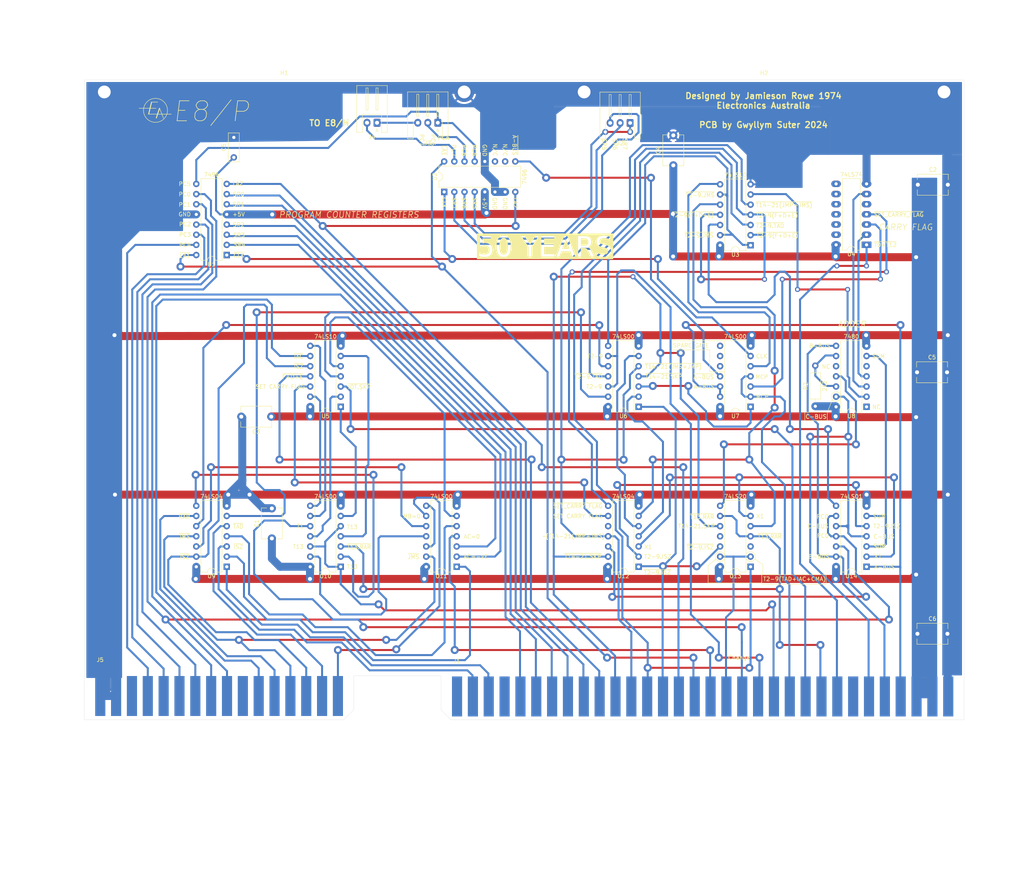
<source format=kicad_pcb>
(kicad_pcb (version 20221018) (generator pcbnew)
  (layers (0 "F.Cu" signal) (31 "B.Cu" signal) (34 "B.Paste" user) (35 "F.Paste" user) (36 "B.SilkS" user "B.Silkscreen") (37 "F.SilkS" user "F.Silkscreen") (38 "B.Mask" user) (39 "F.Mask" user) (44 "Edge.Cuts" user))
  (net 0 "")
  (net 1 "GND")
  (net 2 "+5V")
  (net 3 "A-BUS")
  (net 4 "B-BUS")
  (net 5 "C-BUS")
  (net 6 "~{T13.RAR}")
  (net 7 "~{IOT.SKP}")
  (net 8 "MCP")
  (net 9 "T13")
  (net 10 "T2-9")
  (net 11 "T1")
  (net 12 "~{T2-9(TAD+IAC+CMA})")
  (net 13 "AC=0")
  (net 14 "~{LA1}")
  (net 15 "LA2")
  (net 16 "~{SMA}")
  (net 18 "SR4")
  (net 19 "SR3")
  (net 20 "SR2")
  (net 21 "SR1")
  (net 22 "SR0")
  (net 23 "~{F+D+E}")
  (net 24 "~{T14-21.SKP}")
  (net 25 "~{T2-9(F+D+E})")
  (net 27 "~{SZA}")
  (net 28 "MB=0")
  (net 29 "~{TAD}")
  (net 30 "~{ISZ}")
  (net 31 "~{JMS}")
  (net 32 "~{RAR}")
  (net 33 "~{IAC}")
  (net 35 "AC=-VE")
  (net 36 "PC0")
  (net 37 "PC1")
  (net 38 "PC2")
  (net 39 "PC3")
  (net 40 "PC4")
  (net 42 "~{T2-9.TAD}")
  (net 43 "~{T2-9.JMS}")
  (net 44 "Net-(U8-A2)")
  (net 45 "~{T0+T12}")
  (net 46 "Net-(U11-Pad3)")
  (net 47 "Net-(U11-Pad6)")
  (net 48 "Net-(U10-Pad4)")
  (net 49 "~{T2-9.ISZ}")
  (net 50 "Net-(U12-Pad4)")
  (net 51 "Net-(U6-Pad3)")
  (net 52 "Net-(U6-Pad10)")
  (net 53 "CLK")
  (net 56 "Net-(U10-Pad2)")
  (net 57 "Net-(U11-Pad1)")
  (net 58 "Net-(U11-Pad10)")
  (net 59 "Net-(U10-Pad11)")
  (net 60 "Net-(U10-Pad6)")
  (net 61 "Net-(U10-Pad13)")
  (net 62 "Net-(U11-Pad12)")
  (net 63 "X1")
  (net 64 "T2-9.ISZ")
  (net 65 "PC7")
  (net 66 "PC6")
  (net 67 "PC5")
  (net 68 "SR5")
  (net 69 "SR6")
  (net 70 "SR7")
  (net 71 "/~{A-BUS}")
  (net 72 "Net-(U10-Pad9)")
  (net 73 "Net-(U10-Pad8)")
  (net 75 "~{T14-21(JMP+JMS})")
  (net 76 "Net-(U3-Pad8)")
  (net 77 "Net-(U12-Pad6)")
  (net 78 "Net-(U14-Pad8)")
  (net 79 "Net-(U12-Pad5)")
  (net 80 "Net-(U12-Pad12)")
  (net 81 "SUM")
  (net 82 "Net-(U8-BC)")
  (net 83 "Net-(U4A-D)")
  (net 84 "Net-(U4A-C)")
  (net 86 "Net-(U11-Pad5)")
  (net 87 "Net-(U4A-~{Q})")
  (net 94 "Net-(U6-Pad13)")
  (net 95 "/~{SET_CARRY_FLAG}")
  (net 96 "SET_CARRY_FLAG")
  (net 97 "~{PC7}")
  (net 102 "Net-(U8-AC)")
  (footprint "Connector_PCBEdge:PCB_32pin" (layer "F.Cu") (at 124.1936 180.052)
    (fp_text reference "J1")
    (fp_text value "32-way-pcb-edge-Educ-8-connectors")
  )
  (footprint "Connector_PCBEdge:PCB_16pin" (layer "F.Cu") (at 35 180)
    (fp_text reference "J5")
    (fp_text value "16-way-pcb-edge-Educ-8-connectors")
  )
  (footprint "Package_DIP:DIP-14_W7.62mm" (layer "F.Cu") (at 99.12 101.74 180)
    (fp_text reference "U5")
    (fp_text value "74LS10")
  )
  (footprint "Package_DIP:DIP-14_W7.62mm" (layer "F.Cu") (at 173.62 101.74 180)
    (fp_text reference "U6")
    (fp_text value "74LS00")
  )
  (footprint "Package_DIP:DIP-14_W7.62mm" (layer "F.Cu") (at 70.62 141.74 180)
    (fp_text reference "U9")
    (fp_text value "74LS04")
  )
  (footprint "Package_DIP:DIP-14_W7.62mm" (layer "F.Cu") (at 99.12 141.74 180)
    (fp_text reference "U10")
    (fp_text value "74LS00")
  )
  (footprint "Package_DIP:DIP-14_W7.62mm" (layer "F.Cu") (at 128.12 141.74 180)
    (fp_text reference "U11")
    (fp_text value "74LS00")
  )
  (footprint "Package_DIP:DIP-14_W7.62mm" (layer "F.Cu") (at 173.62 141.74 180)
    (fp_text reference "U12")
    (fp_text value "74LS04")
  )
  (footprint "Package_DIP:DIP-14_W7.62mm" (layer "F.Cu") (at 201.62 141.74 180)
    (fp_text reference "U13")
    (fp_text value "74LS20")
  )
  (footprint "Package_DIP:DIP-14_W7.62mm" (layer "F.Cu") (at 230.62 141.74 180)
    (fp_text reference "U14")
    (fp_text value "74LS01")
  )
  (footprint "Package_DIP:DIP-16_W7.62mm" (layer "F.Cu") (at 70.62 63.78 180)
    (fp_text reference "U1")
    (fp_text value "7496")
  )
  (footprint "Package_DIP:DIP-16_W7.62mm" (layer "F.Cu") (at 125 48 90)
    (fp_text reference "U2")
    (fp_text value "7496")
  )
  (footprint "Package_DIP:DIP-14_W7.62mm" (layer "F.Cu") (at 201.62 101.74 180)
    (fp_text reference "U7")
    (fp_text value "74LS00")
  )
  (footprint "Resistor_THT:R_Axial_DIN0207_L6.3mm_D2.5mm_P10.16mm_Horizontal" (layer "F.Cu") (at 217.805 101.6 90)
    (fp_text reference "R2")
    (fp_text value "2k2")
  )
  (footprint "Package_DIP:DIP-14_W7.62mm" (layer "F.Cu") (at 230.62 101.74 180)
    (fp_text reference "U8")
    (fp_text value "7480")
  )
  (footprint "EDUC-8:EA_Symbol" (layer "F.Cu") (at 52.8 27.6)
    (fp_text reference "REF**" hide)
    (fp_text value "EA_Symbol" hide)
  )
  (footprint "Capacitor_THT:C_Disc_D7.0mm_W2.5mm_P5.00mm" (layer "F.Cu") (at 72.39 39.37 90)
    (fp_text reference "C5")
    (fp_text value "47nF")
  )
  (footprint "Package_DIP:DIP-14_W7.62mm" (layer "F.Cu") (at 201.62 61.34 180)
    (fp_text reference "U3")
    (fp_text value "74LS10")
  )
  (footprint "EDUC-8:Card_handle" (layer "F.Cu") (at 85 23)
    (fp_text reference "H1")
    (fp_text value "Card_handle")
  )
  (footprint "EDUC-8:Card_handle" (layer "F.Cu") (at 205 23)
    (fp_text reference "H2")
    (fp_text value "Card_handle")
  )
  (footprint "Connector_JST:JST_XH_S3B-XH-A-1_1x03_P2.50mm_Horizontal" (layer "F.Cu") (at 123.4 30.7 180)
    (fp_text reference "J3")
    (fp_text value "Conn_01x03_Male")
  )
  (footprint "Capacitor_THT:C_Disc_D7.5mm_W5.0mm_P7.50mm" (layer "F.Cu") (at 81.9 134.65 90)
    (fp_text reference "C1")
    (fp_text value "47nF")
  )
  (footprint "Capacitor_THT:C_Disc_D7.5mm_W5.0mm_P7.50mm" (layer "F.Cu") (at 81.75 104.2 180)
    (fp_text reference "C3")
    (fp_text value "47nF")
  )
  (footprint "Capacitor_THT:C_Disc_D7.5mm_W5.0mm_P7.50mm" (layer "F.Cu") (at 243.25 93.1)
    (fp_text reference "C5")
    (fp_text value "47nF")
  )
  (footprint "Capacitor_THT:C_Disc_D7.5mm_W5.0mm_P7.50mm" (layer "F.Cu") (at 182.3 41.35 90)
    (fp_text reference "C4")
    (fp_text value "47nF")
  )
  (footprint "Connector_JST:JST_XH_S2B-XH-A_1x02_P2.50mm_Horizontal" (layer "F.Cu") (at 108.2 30.7 180)
    (fp_text reference "J4")
    (fp_text value "Conn_01x02_Male")
  )
  (footprint "Capacitor_THT:C_Disc_D7.5mm_W5.0mm_P7.50mm" (layer "F.Cu") (at 243.45 46.2)
    (fp_text reference "C2")
    (fp_text value "47nF")
  )
  (footprint "Capacitor_THT:C_Disc_D7.5mm_W5.0mm_P7.50mm" (layer "F.Cu") (at 243.35 158.5)
    (fp_text reference "C6")
    (fp_text value "47nF")
  )
  (footprint "Connector_JST:JST_XH_S3B-XH-A-1_1x03_P2.50mm_Horizontal" (layer "F.Cu") (at 171.5 30.75 180)
    (fp_text reference "J2")
    (fp_text value "Conn_01x03_Male")
  )
  (footprint "Package_DIP:DIP-14_W7.62mm_LongPads" (layer "F.Cu") (at 230.625 61.225 180)
    (fp_text reference "U4")
    (fp_text value "74LS74")
  )
  (gr_line (start 181.9 85.2) (end 181.9 87.5) (stroke (width 0.12)) (layer "F.SilkS"))
  (gr_circle (center 194 139.2) (end 192.9 139.7) (stroke (width 0.12)) (fill none) (layer "F.SilkS"))
  (gr_line (start 202.7 139.8) (end 204.7 141.2) (stroke (width 0.12)) (layer "F.SilkS"))
  (gr_line (start 181.9 87.5) (end 191.4 87.5) (stroke (width 0.12)) (layer "F.SilkS"))
  (gr_circle (center 201.6 139.2) (end 202.8 139.4) (stroke (width 0.12)) (fill none) (layer "F.SilkS"))
  (gr_line (start 220.5 143.7) (end 204.4 143.7) (stroke (width 0.12)) (layer "F.SilkS"))
  (gr_line (start 215.2 105.2) (end 220.8 105.2) (stroke (width 0.12)) (layer "F.SilkS"))
  (gr_line (start 204.4 146.1) (end 220.5 146.1) (stroke (width 0.12)) (layer "F.SilkS"))
  (gr_line (start 191.4 93) (end 195.2 93) (stroke (width 0.12)) (layer "F.SilkS"))
  (gr_line (start 181.9 85.2) (end 194.9 85.2) (stroke (width 0.12)) (layer "F.SilkS"))
  (gr_line (start 220.5 146.1) (end 220.5 143.7) (stroke (width 0.12)) (layer "F.SilkS"))
  (gr_circle (center 223 99.2) (end 223.9 100) (stroke (width 0.12)) (fill none) (layer "F.SilkS"))
  (gr_line (start 204.4 143.7) (end 204.4 146.1) (stroke (width 0.12)) (layer "F.SilkS"))
  (gr_line (start 220.8 105.2) (end 220.8 103.1) (stroke (width 0.12)) (layer "F.SilkS"))
  (gr_line (start 191 141.4) (end 193 139.8) (stroke (width 0.12)) (layer "F.SilkS"))
  (gr_line (start 204.4 145.8) (end 191 145.8) (stroke (width 0.12)) (layer "F.SilkS"))
  (gr_line (start 191.4 87.5) (end 191.4 93) (stroke (width 0.12)) (layer "F.SilkS"))
  (gr_line (start 220.8 103.1) (end 215.2 103.1) (stroke (width 0.12)) (layer "F.SilkS"))
  (gr_line (start 215.2 103.1) (end 215.2 105.2) (stroke (width 0.12)) (layer "F.SilkS"))
  (gr_line (start 204.7 141.2) (end 204.7 143.7) (stroke (width 0.12)) (layer "F.SilkS"))
  (gr_line (start 191 145.8) (end 191 141.4) (stroke (width 0.12)) (layer "F.SilkS"))
  (gr_line (start 222.1 99.9) (end 220.8 103.1) (stroke (width 0.12)) (layer "F.SilkS"))
  (gr_line (start 126.7 180) (end 255 180) (stroke (width 0.05)) (layer "Edge.Cuts"))
  (gr_line (start 35 180) (end 99.9 180) (stroke (width 0.05)) (layer "Edge.Cuts"))
  (gr_line (start 124.2 169) (end 124.2 177.5) (stroke (width 0.05)) (layer "Edge.Cuts"))
  (gr_line (start 255 20) (end 255 180) (stroke (width 0.05)) (layer "Edge.Cuts"))
  (gr_line (start 124.2 177.5) (end 126.7 180) (stroke (width 0.05)) (layer "Edge.Cuts"))
  (gr_line (start 102.4 169) (end 124.2 169) (stroke (width 0.05)) (layer "Edge.Cuts"))
  (gr_line (start 102.4 177.5) (end 102.4 169) (stroke (width 0.05)) (layer "Edge.Cuts"))
  (gr_line (start 35 180) (end 35 20) (stroke (width 0.05)) (layer "Edge.Cuts"))
  (gr_line (start 35 20) (end 255 20) (stroke (width 0.05)) (layer "Edge.Cuts"))
  (gr_line (start 99.9 180) (end 102.4 177.5) (stroke (width 0.05)) (layer "Edge.Cuts"))
  (gr_text "GND" (at 135.1 37.6 270) (layer "F.SilkS") (effects (font (size 1 1))))
  (gr_text "SR5" (at 132.6 50.8 270) (layer "F.SilkS") (effects (font (size 1 1))))
  (gr_text "~{T2-9.JMS}" (at 188.7 58.9) (layer "F.SilkS") (effects (font (size 1 1))))
  (gr_text "T13" (at 102 131.8) (layer "F.SilkS") (effects (font (size 1 1))))
  (gr_text "MB=0" (at 116.9 129.1) (layer "F.SilkS") (effects (font (size 1 1))))
  (gr_text "SR3" (at 73.7 58.8) (layer "F.SilkS") (effects (font (size 1 1))))
  (gr_text "SR4" (at 73.8 61.2) (layer "F.SilkS") (effects (font (size 1 1))))
  (gr_text "PC1" (at 60.1 51.2) (layer "F.SilkS") (effects (font (size 1 1))))
  (gr_text "SR0" (at 73.6 48.6) (layer "F.SilkS") (effects (font (size 1 1))))
  (gr_text "B-BUS" (at 218.7 139.2) (layer "F.SilkS") (effects (font (size 1 1))))
  (gr_text "PC4" (at 60.2 61.3) (layer "F.SilkS") (effects (font (size 1 1))))
  (gr_text "SUM" (at 233.6 89.1) (layer "F.SilkS") (effects (font (size 1 1))))
  (gr_text "N/C" (at 140.2 37.5 270) (layer "F.SilkS") (effects (font (size 1 1))))
  (gr_text "N/C" (at 137.7 37.5 270) (layer "F.SilkS") (effects (font (size 1 1))))
  (gr_text "NC" (at 220.5 91.7) (layer "F.SilkS") (effects (font (size 1 1))))
  (gr_text "LA2" (at 142.8 50.7 270) (layer "F.SilkS") (effects (font (size 1 1))))
  (gr_text "MCP" (at 204.545 99.228) (layer "F.SilkS") (effects (font (size 1 1))))
  (gr_text "T13" (at 88.5 136.7) (layer "F.SilkS") (effects (font (size 1 1))))
  (gr_text "E8/P" (at 66.8 27.9) (layer "F.SilkS") (effects (font (size 5 5) (thickness 0.15) italic)))
  (gr_text "C-BUS" (at 218.5 131.6) (layer "F.SilkS") (effects (font (size 1 1))))
  (gr_text "SR7" (at 170.2 36 270) (layer "F.SilkS") (effects (font (size 1 1))))
  (gr_text "~{JMS}" (at 117.3 139.3) (layer "F.SilkS") (effects (font (size 1 1))))
  (gr_text "PC5" (at 132.5 37.6 270) (layer "F.SilkS") (effects (font (size 1 1))))
  (gr_text "~{T2-9(F+D+E)}" (at 208.3 58.9) (layer "F.SilkS") (effects (font (size 1 1))))
  (gr_text "SUM" (at 233.8 129.1) (layer "F.SilkS") (effects (font (size 1 1))))
  (gr_text "AC=-VE" (at 132.9 139.2) (layer "F.SilkS") (effects (font (size 1 1))))
  (gr_text "PC5" (at 60.1 46) (layer "F.SilkS") (effects (font (size 1 1))))
  (gr_text "PC6" (at 122.2 35 270) (layer "F.SilkS") (effects (font (size 1 1))))
  (gr_text "~{T14-21(JMS+JMP)}" (at 182.3 91.7) (layer "F.SilkS") (effects (font (size 1 1))))
  (gr_text "~{IAC}" (at 88.6 89.2) (layer "F.SilkS") (effects (font (size 1 1))))
  (gr_text "T2-9.ISZ" (at 235.7 131.6) (layer "F.SilkS") (effects (font (size 1 1))))
  (gr_text "PC5" (at 124.9 34.5) (layer "F.SilkS") (effects (font (size 1 1))))
  (gr_text "C-BUS" (at 218 104.2) (layer "F.SilkS") (effects (font (size 1 1))))
  (gr_text "~{F+D+E}" (at 87.1 94.3) (layer "F.SilkS") (effects (font (size 1 1))))
  (gr_text "~{T2-9.ISZ}" (at 189 136.9) (layer "F.SilkS") (effects (font (size 1 1))))
  (gr_text "X1" (at 233.5 139.1) (layer "F.SilkS") (effects (font (size 1 1))))
  (gr_text "GND" (at 60.1 53.6) (layer "F.SilkS") (effects (font (size 1 1))))
  (gr_text "GND" (at 140.2 50.9 270) (layer "F.SilkS") (effects (font (size 1 1))))
  (gr_text "~{ISZ}" (at 73.5 136.8) (layer "F.SilkS") (effects (font (size 1 1))))
  (gr_text "SR1" (at 73.6 51.1) (layer "F.SilkS") (effects (font (size 1 1))))
  (gr_text "A-BUS" (at 235.1 141.8) (layer "F.SilkS") (effects (font (size 1 1))))
  (gr_text "SR5" (at 165 36.1 270) (layer "F.SilkS") (effects (font (size 1 1))))
  (gr_text "~{T13.RAR}" (at 189.5 129.3) (layer "F.SilkS") (effects (font (size 1 1))))
  (gr_text "SPARE GATE" (at 186.7 86.4) (layer "F.SilkS") (effects (font (size 1 1))))
  (gr_text "X1" (at 176 136.8) (layer "F.SilkS") (effects (font (size 1 1))))
  (gr_text "T2-9" (at 162.7 89.1) (layer "F.SilkS") (effects (font (size 1 1))))
  (gr_text "~{LA1}" (at 124.9 37.6 270) (layer "F.SilkS") (effects (font (size 1 1))))
  (gr_text "SUM" (at 233.9 136.6) (layer "F.SilkS") (effects (font (size 1 1))))
  (gr_text "~{TAD}" (at 73.5 131.7) (layer "F.SilkS") (effects (font (size 1 1))))
  (gr_text "MCP" (at 204.418 94.275) (layer "F.SilkS") (effects (font (size 1 1))))
  (gr_text "PROGRAM COUNTER REGISTERS" (at 101.2 53.7) (layer "F.SilkS") (effects (font (size 1.5 1.5) (thickness 0.15) italic)))
  (gr_text "X1" (at 204 129.1) (layer "F.SilkS") (effects (font (size 1 1))))
  (gr_text "~{T0+T12}" (at 235.325 61.255) (layer "F.SilkS") (effects (font (size 1 1))))
  (gr_text "T1" (at 89 131.6) (layer "F.SilkS") (effects (font (size 1 1))))
  (gr_text "PC7" (at 127.4 37.6 270) (layer "F.SilkS") (effects (font (size 1 1))))
  (gr_text "LA2" (at 73.4 45.9) (layer "F.SilkS") (effects (font (size 1 1))))
  (gr_text "TO E8/M" (at 96.26 30.775) (layer "F.SilkS") (effects (font (size 1.5 1.5) (thickness 0.3))))
  (gr_text "~{IOT.SKP}" (at 103.8 96.8) (layer "F.SilkS") (effects (font (size 1 1))))
  (gr_text "Change" (at 198.755 164.465) (layer "F.SilkS") (effects (font (size 1 1))))
  (gr_text "T2-9.ISZ" (at 178.4 139.2) (layer "F.SilkS") (effects (font (size 1 1))))
  (gr_text "~{T2-9.TAD}" (at 161.1 94.2) (layer "F.SilkS") (effects (font (size 1 1))))
  (gr_text "ADDER" (at 227 81.1) (layer "F.SilkS") (effects (font (size 1.5 1.5) (thickness 0.15) italic)))
  (gr_text "A-BUS" (at 190 96.7) (layer "F.SilkS") (effects (font (size 1 1))))
  (gr_text "~{CLK}" (at 73.7 63.9) (layer "F.SilkS") (effects (font (size 1 1))))
  (gr_text "T13" (at 102 141.7) (layer "F.SilkS") (effects (font (size 1 1))))
  (gr_text "CARRY FLAG" (at 240.405 56.81) (layer "F.SilkS") (effects (font (size 1.5 1.5) (thickness 0.15) italic)))
  (gr_text "~{T14-21.SKP}" (at 159.7 139.2) (layer "F.SilkS") (effects (font (size 1 1))))
  (gr_text "\nCLK\n" (at 125.805 50.714 270) (layer "F.SilkS") (effects (font (size 1 1))))
  (gr_text "~{A-BUS}" (at 189.9 94.3) (layer "F.SilkS") (effects (font (size 1 1))))
  (gr_text "~{SET_CARRY_FLAG}" (at 158.4 126.6) (layer "F.SilkS") (effects (font (size 1 1))))
  (gr_text "PC0" (at 219.7 134) (layer "F.SilkS") (effects (font (size 1 1))))
  (gr_text "SR7" (at 127.5 50.8 270) (layer "F.SilkS") (effects (font (size 1 1))))
  (gr_text "50 YEARS" (at 133.2 65) (layer "F.SilkS" knockout) (effects (font (size 5 5)) (justify left bottom)))
  (gr_text "B-BUS" (at 218.9 86.5) (layer "F.SilkS") (effects (font (size 1 1))))
  (gr_text "Designed by Jamieson Rowe 1974\nElectronics Australia\n\nPCB by Gwyllym Suter 2024" (at 204.845 27.6) (layer "F.SilkS") (effects (font (size 1.5 1.5) (thickness 0.3))))
  (gr_text "~{T14-21(JMP+JMS)" (at 157.4 134.1) (layer "F.SilkS") (effects (font (size 1 1))))
  (gr_text "~{T2-9(F+D+E)}" (at 187.2 53.8) (layer "F.SilkS") (effects (font (size 1 1))))
  (gr_text "+5V" (at 73.6 53.6) (layer "F.SilkS") (effects (font (size 1 1))))
  (gr_text "T2-9(TAD+IAC+CMA)" (at 212.6 144.8) (layer "F.SilkS") (effects (font (size 1 1))))
  (gr_text "~{JMS}" (at 60 134.2) (layer "F.SilkS") (effects (font (size 1 1))))
  (gr_text "PC0" (at 60.1 48.6) (layer "F.SilkS") (effects (font (size 1 1))))
  (gr_text "CLK" (at 204.4 89.1) (layer "F.SilkS") (effects (font (size 1 1))))
  (gr_text "T14-21.SKP" (at 188.1 131.6) (layer "F.SilkS") (effects (font (size 1 1))))
  (gr_text "PC0" (at 219.6 129.2) (layer "F.SilkS") (effects (font (size 1 1))))
  (gr_text "~{RAR}" (at 60 129.3) (layer "F.SilkS") (effects (font (size 1 1))))
  (gr_text "SET CARRY FLAG" (at 84 96.7) (layer "F.SilkS") (effects (font (size 1 1))))
  (gr_text "~{LA1}" (at 60.2 64) (layer "F.SilkS") (effects (font (size 1 1))))
  (gr_text "PC7" (at 119.4 35 270) (layer "F.SilkS") (effects (font (size 1 1))))
  (gr_text "~{T2-9.JMS}" (at 189 48.8) (layer "F.SilkS") (effects (font (size 1 1))))
  (gr_text "C-BUS" (at 235 134.2) (layer "F.SilkS") (effects (font (size 1 1))))
  (gr_text "AC=0" (at 131.9 134.2) (layer "F.SilkS") (effects (font (size 1 1))))
  (gr_text "~{T2-9.TAD}" (at 206.5 56.5) (layer "F.SilkS") (effects (font (size 1 1))))
  (gr_text "SR6" (at 167.7 36.1 270) (layer "F.SilkS") (effects (font (size 1 1))))
  (gr_text "+5V" (at 135.1 50.8 270) (layer "F.SilkS") (effects (font (size 1 1))))
  (gr_text "NC" (at 233.1 101.8) (layer "F.SilkS") (effects (font (size 1 1))))
  (gr_text "~{ISZ}" (at 88.6 91.7) (layer "F.SilkS") (effects (font (size 1 1))))
  (gr_text "~{ISZ}" (at 60.1 139.3) (layer "F.SilkS") (effects (font (size 1 1))))
  (gr_text "~{T14-21.SKP}" (at 179.9 94.2) (layer "F.SilkS") (effects (font (size 1 1))))
  (gr_text "~{A-BUS}" (at 142.6 36.3 270) (layer "F.SilkS") (effects (font (size 1 1))))
  (gr_text "~{T14-21(JMP+JMS)}" (at 210 51.3) (layer "F.SilkS") (effects (font (size 1 1))))
  (gr_text "PC3" (at 60.2 58.7) (layer "F.SilkS") (effects (font (size 1 1))))
  (gr_text "~{T2-9.ISZ}" (at 178.3 143.2) (layer "F.SilkS") (effects (font (size 1 1))))
  (gr_text "~{SET_CARRY_FLAG}" (at 238.7 53.7) (layer "F.SilkS") (effects (font (size 1 1))))
  (gr_text "PC2" (at 60.2 56.1) (layer "F.SilkS") (effects (font (size 1 1))))
  (gr_text "SET CARRY FLAG" (at 158.4 129.1) (layer "F.SilkS") (effects (font (size 1 1))))
  (gr_text "PC6" (at 130 37.6 270) (layer "F.SilkS") (effects (font (size 1 1))))
  (gr_text "T2-9" (at 162.5 96.7) (layer "F.SilkS") (effects (font (size 1 1))))
  (gr_text "GND" (at 137.6 50.9 270) (layer "F.SilkS") (effects (font (size 1 1))))
  (gr_text "~{T13.RAR}" (at 103.7 136.8) (layer "F.SilkS") (effects (font (size 1 1))))
  (gr_text "~{T13.RAR}" (at 206.4 134.2) (layer "F.SilkS") (effects (font (size 1 1))))
  (gr_text "~{T2-9(F+D+E)}" (at 208.2 53.9) (layer "F.SilkS") (effects (font (size 1 1))))
  (gr_text "SR2" (at 73.6 56.2) (layer "F.SilkS") (effects (font (size 1 1))))
  (gr_text "SR6" (at 130 50.8 270) (layer "F.SilkS") (effects (font (size 1 1))))
  (segment (start 128.3922 123.7028) (end 172.2972 123.7028) (width 2) (layer "F.Cu") (net 1))
  (segment (start 173.8678 123.7028) (end 250.9472 123.7028) (width 2) (layer "F.Cu") (net 1))
  (segment (start 201.93 83.82) (end 186.285309 83.82) (width 2) (layer "F.Cu") (net 1))
  (segment (start 43.959213 83.82) (end 42.545 83.82) (width 2) (layer "F.Cu") (net 1))
  (segment (start 44.189522 84.050309) (end 43.959213 83.82) (width 2) (layer "F.Cu") (net 1))
  (segment (start 172.3 123.7) (end 173.865 123.7) (width 2) (layer "F.Cu") (net 1))
  (segment (start 173.865 123.7) (end 173.8678 123.7028) (width 2) (layer "F.Cu") (net 1))
  (segment (start 186.285309 83.82) (end 44.189522 84.050309) (width 2) (layer "F.Cu") (net 1))
  (segment (start 250.9472 83.82) (end 230.505 83.82) (width 2) (layer "F.Cu") (net 1))
  (segment (start 76.3222 123.7028) (end 128.3922 123.7028) (width 2) (layer "F.Cu") (net 1))
  (segment (start 172.2972 123.7028) (end 172.3 123.7) (width 2) (layer "F.Cu") (net 1))
  (segment (start 230.505 83.82) (end 201.93 83.82) (width 2) (layer "F.Cu") (net 1))
  (segment (start 42.6672 123.7028) (end 76.3222 123.7028) (width 2) (layer "F.Cu") (net 1))
  (via (at 201.8078 123.7028) (size 2) (drill 1) (layers "F.Cu" "B.Cu") (net 1))
  (via (at 99.1822 123.7028) (size 2) (drill 1) (layers "F.Cu" "B.Cu") (net 1))
  (via (at 70.9978 123.7028) (size 2) (drill 1) (layers "F.Cu" "B.Cu") (net 1))
  (via (at 42.545 83.82) (size 2) (drill 1) (layers "F.Cu" "B.Cu") (net 1))
  (via (at 230.6272 123.7028) (size 2) (drill 1) (layers "F.Cu" "B.Cu") (net 1))
  (via (at 173.6 83.8) (size 2) (drill 1) (layers "F.Cu" "B.Cu") (net 1))
  (via (at 173.8678 123.7028) (size 2) (drill 1) (layers "F.Cu" "B.Cu") (net 1))
  (via (at 76.3222 123.7028) (size 2) (drill 1) (layers "F.Cu" "B.Cu") (net 1))
  (via (at 42.6672 123.7028) (size 2) (drill 1) (layers "F.Cu" "B.Cu") (net 1))
  (via (at 230.505 83.82) (size 2) (drill 1) (layers "F.Cu" "B.Cu") (net 1))
  (via (at 128.3922 123.7028) (size 2) (drill 1) (layers "F.Cu" "B.Cu") (net 1))
  (via (at 250.9472 123.7028) (size 2) (drill 1) (layers "F.Cu" "B.Cu") (net 1))
  (via (at 250.9472 83.82) (size 2) (drill 1) (layers "F.Cu" "B.Cu") (net 1))
  (via (at 201.93 83.82) (size 2) (drill 1) (layers "F.Cu" "B.Cu") (net 1))
  (via (at 99.554427 83.960573) (size 2) (drill 1) (layers "F.Cu" "B.Cu") (net 1))
  (segment (start 250.9472 84.9678) (end 250.9472 37.5872) (width 2) (layer "B.Cu") (net 1))
  (segment (start 250.9472 123.7028) (end 250.9472 84.9678) (width 2) (layer "B.Cu") (net 1))
  (segment (start 230.62 46) (end 230.62 38.215) (width 2) (layer "B.Cu") (net 1))
  (segment (start 137.7 45.625) (end 135.16 43.085) (width 2) (layer "B.Cu") (net 1))
  (segment (start 137.16 25.4) (end 135.7 25.4) (width 2) (layer "B.Cu") (net 1))
  (segment (start 140.24 48) (end 137.7 48) (width 2) (layer "B.Cu") (net 1))
  (segment (start 230.62 126.5) (end 230.62 123.71) (width 2) (layer "B.Cu") (net 1))
  (segment (start 135.16 43.085) (end 135.16 40.38) (width 2) (layer "B.Cu") (net 1))
  (segment (start 52.07 50.8) (end 40.64 50.8) (width 2) (layer "B.Cu") (net 1))
  (segment (start 173.62 123.9506) (end 173.8678 123.7028) (width 2) (layer "B.Cu") (net 1))
  (segment (start 135.7 25.4) (end 135.16 25.94) (width 2) (layer "B.Cu") (net 1))
  (segment (start 52.07 24.13) (end 52.07 50.8) (width 2) (layer "B.Cu") (net 1))
  (segment (start 54.89 53.62) (end 63 53.62) (width 2) (layer "B.Cu") (net 1))
  (segment (start 201.62 84.13) (end 201.93 83.82) (width 2) (layer "B.Cu") (net 1))
  (segment (start 201.62 126.5) (end 201.62 123.8906) (width 2) (layer "B.Cu") (net 1))
  (segment (start 40.64 50.8) (end 40.64 172.4052) (width 2) (layer "B.Cu") (net 1))
  (segment (start 76.3222 123.7028) (end 70.9978 123.7028) (width 2) (layer "B.Cu") (net 1))
  (segment (start 137.7 48) (end 137.7 45.625) (width 2) (layer "B.Cu") (net 1))
  (segment (start 201.62 86.5) (end 201.62 84.13) (width 2) (layer "B.Cu") (net 1))
  (segment (start 99.12 86.5) (end 99.12 84.395) (width 2) (layer "B.Cu") (net 1))
  (segment (start 38.9872 174.058) (end 42.9496 174.058) (width 2) (layer "B.Cu") (net 1))
  (segment (start 54.61 21.59) (end 52.07 24.13) (width 2) (layer "B.Cu") (net 1))
  (segment (start 128.12 126.5) (end 128.12 123.975) (width 2) (layer "B.Cu") (net 1))
  (segment (start 230.505 83.82) (end 230.505 86.385) (width 2) (layer "B.Cu") (net 1))
  (segment (start 128.12 123.975) (end 128.3922 123.7028) (width 2) (layer "B.Cu") (net 1))
  (segment (start 81.915 127.08) (end 79.6994 127.08) (width 2) (layer "B.Cu") (net 1))
  (segment (start 74.5 121.8806) (end 76.3222 123.7028) (width 2) (layer "B.Cu") (net 1))
  (segment (start 74.5 120.2006) (end 70.9978 123.7028) (width 2) (layer "B.Cu") (net 1))
  (segment (start 137.16 25.4) (end 137.16 21.59) (width 2) (layer "B.Cu") (net 1))
  (segment (start 70.62 126.5) (end 70.62 124.0806) (width 2) (layer "B.Cu") (net 1))
  (segment (start 74.25 104.2) (end 74.5 104.45) (width 2) (layer "B.Cu") (net 1))
  (segment (start 135.16 25.94) (end 135.16 40.38) (width 2) (layer "B.Cu") (net 1))
  (segment (start 230.505 86.385) (end 230.62 86.5) (width 2) (layer "B.Cu") (net 1))
  (segment (start 99.12 126.5) (end 99.12 123.765) (width 2) (layer "B.Cu") (net 1))
  (segment (start 70.62 124.0806) (end 70.9978 123.7028) (width 2) (layer "B.Cu") (net 1))
  (segment (start 40.64 172.4052) (end 38.9872 174.058) (width 2) (layer "B.Cu") (net 1))
  (segment (start 99.12 84.395) (end 99.554427 83.960573) (width 2) (layer "B.Cu") (net 1))
  (segment (start 79.6994 127.08) (end 76.3222 123.7028) (width 2) (layer "B.Cu") (net 1))
  (segment (start 250.9472 174.118) (end 250.9472 123.7028) (width 2) (layer "B.Cu") (net 1))
  (segment (start 137.16 21.59) (end 54.61 21.59) (width 2) (layer "B.Cu") (net 1))
  (segment (start 173.62 83.82) (end 173.6 83.8) (width 2) (layer "B.Cu") (net 1))
  (segment (start 173.62 86.5) (end 173.62 83.82) (width 2) (layer "B.Cu") (net 1))
  (segment (start 201.62 123.8906) (end 201.8078 123.7028) (width 2) (layer "B.Cu") (net 1))
  (segment (start 52.07 50.8) (end 54.89 53.62) (width 2) (layer "B.Cu") (net 1))
  (segment (start 74.5 119.9) (end 74.5 121.8806) (width 2) (layer "B.Cu") (net 1))
  (segment (start 74.5 104.45) (end 74.5 120.2006) (width 2) (layer "B.Cu") (net 1))
  (segment (start 99.12 123.765) (end 99.1822 123.7028) (width 2) (layer "B.Cu") (net 1))
  (segment (start 173.62 126.5) (end 173.62 123.9506) (width 2) (layer "B.Cu") (net 1))
  (segment (start 230.62 123.71) (end 230.6272 123.7028) (width 2) (layer "B.Cu") (net 1))
  (segment (start 165.735 104.14) (end 91.44 104.14) (width 2) (layer "F.Cu") (net 2))
  (segment (start 241.935 144.78) (end 222.885 144.78) (width 2) (layer "F.Cu") (net 2))
  (segment (start 165.735 104.14) (end 193.96 104.14) (width 2) (layer "F.Cu") (net 2))
  (segment (start 120.015 144.78) (end 91.44 144.78) (width 2) (layer "F.Cu") (net 2))
  (segment (start 223.0676 104.3226) (end 222.885 104.14) (width 2) (layer "F.Cu") (net 2))
  (segment (start 222.885 104.14) (end 194.04 104.14) (width 2) (layer "F.Cu") (net 2))
  (segment (start 165.735 144.78) (end 120.015 144.78) (width 2) (layer "F.Cu") (net 2))
  (segment (start 135.203 53.635) (end 135.584 53.254) (width 2) (layer "F.Cu") (net 2))
  (segment (start 135.584 53.254) (end 135.838 53.508) (width 2) (layer "F.Cu") (net 2))
  (segment (start 91.44 144.78) (end 62.865 144.78) (width 2) (layer "F.Cu") (net 2))
  (segment (start 135.838 53.508) (end 182.193 53.508) (width 2) (layer "F.Cu") (net 2))
  (segment (start 222.885 144.78) (end 193.675 144.78) (width 2) (layer "F.Cu") (net 2))
  (segment (start 81.81 104.14) (end 81.75 104.2) (width 2) (layer "F.Cu") (net 2))
  (segment (start 243.0224 104.3226) (end 223.0676 104.3226) (width 2) (layer "F.Cu") (net 2))
  (segment (start 194.04 104.14) (end 194 104.1) (width 2) (layer "F.Cu") (net 2))
  (segment (start 222.885 64.135) (end 182.245 64.135) (width 2) (layer "F.Cu") (net 2))
  (segment (start 243.0224 143.6926) (end 241.935 144.78) (width 2) (layer "F.Cu") (net 2))
  (segment (start 81.99 53.635) (end 135.203 53.635) (width 2) (layer "F.Cu") (net 2))
  (segment (start 243.0224 64.3176) (end 223.0676 64.3176) (width 2) (layer "F.Cu") (net 2))
  (segment (start 91.44 104.14) (end 81.81 104.14) (width 2) (layer "F.Cu") (net 2))
  (segment (start 193.96 104.14) (end 194 104.1) (width 2) (layer "F.Cu") (net 2))
  (segment (start 193.675 144.78) (end 165.735 144.78) (width 2) (layer "F.Cu") (net 2))
  (segment (start 223.0676 64.3176) (end 222.885 64.135) (width 2) (layer "F.Cu") (net 2))
  (via (at 222.885 104.14) (size 2) (drill 1) (layers "F.Cu" "B.Cu") (net 2))
  (via (at 182.245 64.135) (size 2) (drill 1) (layers "F.Cu" "B.Cu") (net 2))
  (via (at 165.735 144.78) (size 2) (drill 1) (layers "F.Cu" "B.Cu") (net 2))
  (via (at 243.0224 64.3176) (size 2) (drill 1) (layers "F.Cu" "B.Cu") (net 2))
  (via (at 81.99 53.635) (size 2) (drill 1) (layers "F.Cu" "B.Cu") (net 2))
  (via (at 135.584 53.254) (size 2) (drill 1) (layers "F.Cu" "B.Cu") (net 2))
  (via (at 182.193 53.508) (size 2) (drill 1) (layers "F.Cu" "B.Cu") (net 2))
  (via (at 91.44 144.78) (size 2) (drill 1) (layers "F.Cu" "B.Cu") (net 2))
  (via (at 91.44 104.14) (size 2) (drill 1) (layers "F.Cu" "B.Cu") (net 2))
  (via (at 194 104.1) (size 2) (drill 1) (layers "F.Cu" "B.Cu") (net 2))
  (via (at 243.0224 143.6926) (size 2) (drill 1) (layers "F.Cu" "B.Cu") (net 2))
  (via (at 222.885 144.78) (size 2) (drill 1) (layers "F.Cu" "B.Cu") (net 2))
  (via (at 222.885 64.135) (size 2) (drill 1) (layers "F.Cu" "B.Cu") (net 2))
  (via (at 193.675 64.135) (size 2) (drill 1) (layers "F.Cu" "B.Cu") (net 2))
  (via (at 62.865 144.78) (size 2) (drill 1) (layers "F.Cu" "B.Cu") (net 2))
  (via (at 120.015 144.78) (size 2) (drill 1) (layers "F.Cu" "B.Cu") (net 2))
  (via (at 193.675 144.78) (size 2) (drill 1) (layers "F.Cu" "B.Cu") (net 2))
  (via (at 165.735 104.14) (size 2) (drill 1) (layers "F.Cu" "B.Cu") (net 2))
  (via (at 243.0224 104.3226) (size 2) (drill 1) (layers "F.Cu" "B.Cu") (net 2))
  (segment (start 182.245 64.135) (end 182.245 53.56) (width 2) (layer "B.Cu") (net 2))
  (segment (start 217.805 101.6) (end 222.86 101.6) (width 2) (layer "B.Cu") (net 2))
  (segment (start 165.735 144.78) (end 165.735 142.005) (width 2) (layer "B.Cu") (net 2))
  (segment (start 165.735 142.005) (end 166 141.74) (width 2) (layer "B.Cu") (net 2))
  (segment (start 194 101.74) (end 194 104.1) (width 2) (layer "B.Cu") (net 2))
  (segment (start 222.885 61.355) (end 223 61.24) (width 2) (layer "B.Cu") (net 2))
  (segment (start 222.885 101.855) (end 223 101.74) (width 2) (layer "B.Cu") (net 2))
  (segment (start 81.915 134.665) (end 81.915 139.7) (width 2) (layer "B.Cu") (net 2))
  (segment (start 68.935 53.62) (end 70.62 53.62) (width 0.5) (layer "B.Cu") (net 2))
  (segment (start 72.39 39.37) (end 67.945 43.815) (width 0.5) (layer "B.Cu") (net 2))
  (segment (start 67.945 43.815) (end 67.945 52.63) (width 0.5) (layer "B.Cu") (net 2))
  (segment (start 63 141.74) (end 63 144.645) (width 2) (layer "B.Cu") (net 2))
  (segment (start 182.245 53.56) (end 182.193 53.508) (width 2) (layer "B.Cu") (net 2))
  (segment (start 182.3 41.35) (end 182.3 53.401) (width 2) (layer "B.Cu") (net 2))
  (segment (start 222.885 104.14) (end 222.885 101.855) (width 2) (layer "B.Cu") (net 2))
  (segment (start 223 141.74) (end 223 144.665) (width 2) (layer "B.Cu") (net 2))
  (segment (start 91.44 144.78) (end 91.44 141.8) (width 2) (layer "B.Cu") (net 2))
  (segment (start 67.945 52.63) (end 68.935 53.62) (width 0.5) (layer "B.Cu") (net 2))
  (segment (start 194 61.34) (end 194 63.81) (width 2) (layer "B.Cu") (net 2))
  (segment (start 165.735 102.005) (end 166 101.74) (width 2) (layer "B.Cu") (net 2))
  (segment (start 222.885 64.135) (end 222.885 61.355) (width 2) (layer "B.Cu") (net 2))
  (segment (start 91.5 104.08) (end 91.44 104.14) (width 2) (layer "B.Cu") (net 2))
  (segment (start 83.955 141.74) (end 91.5 141.74) (width 2) (layer "B.Cu") (net 2))
  (segment (start 135.16 52.83) (end 135.584 53.254) (width 2) (layer "B.Cu") (net 2))
  (segment (start 182.3 53.401) (end 182.193 53.508) (width 2) (layer "B.Cu") (net 2))
  (segment (start 81.99 53.635) (end 81.56 53.62) (width 2) (layer "B.Cu") (net 2))
  (segment (start 91.5 101.74) (end 91.5 104.08) (width 2) (layer "B.Cu") (net 2))
  (segment (start 81.9 134.65) (end 81.915 134.665) (width 2) (layer "B.Cu") (net 2))
  (segment (start 222.86 101.6) (end 223 101.74) (width 2) (layer "B.Cu") (net 2))
  (segment (start 223 144.665) (end 222.885 144.78) (width 2) (layer "B.Cu") (net 2))
  (segment (start 135.16 48) (end 135.16 52.83) (width 2) (layer "B.Cu") (net 2))
  (segment (start 165.735 104.14) (end 165.735 102.005) (width 2) (layer "B.Cu") (net 2))
  (segment (start 194 63.81) (end 193.675 64.135) (width 2) (layer "B.Cu") (net 2))
  (segment (start 193.675 144.78) (end 193.675 142.065) (width 2) (layer "B.Cu") (net 2))
  (segment (start 91.44 141.8) (end 91.5 141.74) (width 2) (layer "B.Cu") (net 2))
  (segment (start 81.915 139.7) (end 83.955 141.74) (width 2) (layer "B.Cu") (net 2))
  (segment (start 120.015 144.78) (end 120.015 142.225) (width 2) (layer "B.Cu") (net 2))
  (segment (start 193.675 142.065) (end 194 141.74) (width 2) (layer "B.Cu") (net 2))
  (segment (start 63 144.645) (end 62.865 144.78) (width 2) (layer "B.Cu") (net 2))
  (segment (start 120.015 142.225) (end 120.5 141.74) (width 2) (layer "B.Cu") (net 2))
  (segment (start 81.56 53.62) (end 70.62 53.62) (width 2) (layer "B.Cu") (net 2))
  (segment (start 185.42 81.28) (end 239.09999 81.28) (width 0.5) (layer "F.Cu") (net 3))
  (via (at 185.42 81.28) (size 2) (drill 1) (layers "F.Cu" "B.Cu") (net 3))
  (via (at 239.09999 81.28) (size 2) (drill 1) (layers "F.Cu" "B.Cu") (net 3))
  (segment (start 238.895 141.74) (end 239.06 141.905) (width 0.5) (layer "B.Cu") (net 3))
  (segment (start 239.09999 81.28) (end 239.06 81.934991) (width 0.5) (layer "B.Cu") (net 3))
  (segment (start 239.06 81.934991) (end 239.06 141.905) (width 0.5) (layer "B.Cu") (net 3))
  (segment (start 187.325 95.25) (end 188.735 96.66) (width 0.5) (layer "B.Cu") (net 3))
  (segment (start 188.735 96.66) (end 194 96.66) (width 0.5) (layer "B.Cu") (net 3))
  (segment (start 230.62 141.74) (end 238.895 141.74) (width 0.5) (layer "B.Cu") (net 3))
  (segment (start 239.06 174.118) (end 239.06 141.905) (width 0.5) (layer "B.Cu") (net 3))
  (segment (start 194 96.66) (end 194 99.2) (width 0.5) (layer "B.Cu") (net 3))
  (segment (start 187.325 83.185) (end 187.325 95.25) (width 0.5) (layer "B.Cu") (net 3))
  (segment (start 185.42 81.28) (end 187.325 83.185) (width 0.5) (layer "B.Cu") (net 3))
  (segment (start 215.9 103.505) (end 215.9 88.545) (width 0.5) (layer "B.Cu") (net 4))
  (segment (start 215.9 88.545) (end 217.945 86.5) (width 0.5) (layer "B.Cu") (net 4))
  (segment (start 224.79 146.05) (end 224.79 139.7) (width 0.5) (layer "B.Cu") (net 4))
  (segment (start 223 139.2) (end 219.21 139.2) (width 0.5) (layer "B.Cu") (net 4))
  (segment (start 235.0976 174.118) (end 235.0976 156.3576) (width 0.5) (layer "B.Cu") (net 4))
  (segment (start 217.945 86.5) (end 223 86.5) (width 0.5) (layer "B.Cu") (net 4))
  (segment (start 235.0976 156.3576) (end 224.79 146.05) (width 0.5) (layer "B.Cu") (net 4))
  (segment (start 224.29 139.2) (end 223 139.2) (width 0.5) (layer "B.Cu") (net 4))
  (segment (start 218.44 138.43) (end 218.44 106.045) (width 0.5) (layer "B.Cu") (net 4))
  (segment (start 224.79 139.7) (end 224.29 139.2) (width 0.5) (layer "B.Cu") (net 4))
  (segment (start 219.21 139.2) (end 218.44 138.43) (width 0.5) (layer "B.Cu") (net 4))
  (segment (start 218.44 106.045) (end 215.9 103.505) (width 0.5) (layer "B.Cu") (net 4))
  (segment (start 226.06 109.22) (end 216.535 109.22) (width 0.5) (layer "F.Cu") (net 5))
  (via (at 226.06 109.22) (size 2) (drill 1) (layers "F.Cu" "B.Cu") (net 5))
  (via (at 216.535 109.22) (size 2) (drill 1) (layers "F.Cu" "B.Cu") (net 5))
  (segment (start 224.93 99.2) (end 223 99.2) (width 0.5) (layer "B.Cu") (net 5))
  (segment (start 226.06 109.22) (end 226.06 131.445) (width 0.5) (layer "B.Cu") (net 5))
  (segment (start 225.56 131.58) (end 226.06 132.08) (width 0.5) (layer "B.Cu") (net 5))
  (segment (start 216.535 109.22) (end 216.535 140.576002) (width 0.5) (layer "B.Cu") (net 5))
  (segment (start 226.06 131.445) (end 226.06 132.08) (width 0.5) (layer "B.Cu") (net 5))
  (segment (start 226.06 100.33) (end 224.93 99.2) (width 0.5) (layer "B.Cu") (net 5))
  (segment (start 216.535 140.576002) (end 231.1352 155.176202) (width 0.5) (layer "B.Cu") (net 5))
  (segment (start 229.735 134.12) (end 230.62 134.12) (width 0.5) (layer "B.Cu") (net 5))
  (segment (start 223 131.58) (end 225.56 131.58) (width 0.5) (layer "B.Cu") (net 5))
  (segment (start 226.06 131.445) (end 225.695 131.445) (width 0.5) (layer "B.Cu") (net 5))
  (segment (start 226.06 109.22) (end 226.06 100.33) (width 0.5) (layer "B.Cu") (net 5))
  (segment (start 225.695 131.445) (end 225.56 131.58) (width 0.5) (layer "B.Cu") (net 5))
  (segment (start 226.06 132.08) (end 226.06 133.35) (width 0.5) (layer "B.Cu") (net 5))
  (segment (start 226.06 133.35) (end 226.83 134.12) (width 0.5) (layer "B.Cu") (net 5))
  (segment (start 226.83 134.12) (end 229.735 134.12) (width 0.5) (layer "B.Cu") (net 5))
  (segment (start 231.1352 155.176202) (end 231.1352 174.118) (width 0.5) (layer "B.Cu") (net 5))
  (segment (start 208.915 161.29) (end 219.075 161.29) (width 0.5) (layer "F.Cu") (net 6))
  (segment (start 208.915 147.32) (end 104.775 147.32) (width 0.5) (layer "F.Cu") (net 6))
  (via (at 208.915 147.32) (size 2) (drill 1) (layers "F.Cu" "B.Cu") (net 6))
  (via (at 104.775 147.32) (size 2) (drill 1) (layers "F.Cu" "B.Cu") (net 6))
  (via (at 208.915 161.29) (size 2) (drill 1) (layers "F.Cu" "B.Cu") (net 6))
  (via (at 219.075 161.29) (size 2) (drill 1) (layers "F.Cu" "B.Cu") (net 6))
  (segment (start 208.915 147.32) (end 208.915 161.29) (width 0.5) (layer "B.Cu") (net 6))
  (segment (start 219.075 161.29) (end 219.075 173.945) (width 0.5) (layer "B.Cu") (net 6))
  (segment (start 104.775 147.32) (end 104.775 138.43) (width 0.5) (layer "B.Cu") (net 6))
  (segment (start 208.915 137.16) (end 208.915 147.32) (width 0.5) (layer "B.Cu") (net 6))
  (segment (start 198.12 133.35) (end 198.12 130.175) (width 0.5) (layer "B.Cu") (net 6))
  (segment (start 104.775 138.43) (end 103.005 136.66) (width 0.5) (layer "B.Cu") (net 6))
  (segment (start 198.89 134.12) (end 198.12 133.35) (width 0.5) (layer "B.Cu") (net 6))
  (segment (start 198.12 130.175) (end 196.985 129.04) (width 0.5) (layer "B.Cu") (net 6))
  (segment (start 205.875 134.12) (end 208.915 137.16) (width 0.5) (layer "B.Cu") (net 6))
  (segment (start 196.985 129.04) (end 194 129.04) (width 0.5) (layer "B.Cu") (net 6))
  (segment (start 201.62 134.12) (end 205.875 134.12) (width 0.5) (layer "B.Cu") (net 6))
  (segment (start 103.005 136.66) (end 99.12 136.66) (width 0.5) (layer "B.Cu") (net 6))
  (segment (start 219.075 173.945) (end 219.248 174.118) (width 0.5) (layer "B.Cu") (net 6))
  (segment (start 201.62 134.12) (end 198.89 134.12) (width 0.5) (layer "B.Cu") (net 6))
  (segment (start 207.645 107.315) (end 101.6 107.315) (width 0.5) (layer "F.Cu") (net 7))
  (via (at 207.645 107.315) (size 2) (drill 1) (layers "F.Cu" "B.Cu") (net 7))
  (via (at 101.6 107.315) (size 2) (drill 1) (layers "F.Cu" "B.Cu") (net 7))
  (segment (start 100.47 96.66) (end 99.12 96.66) (width 0.5) (layer "B.Cu") (net 7))
  (segment (start 101.6 107.315) (end 101.6 97.79) (width 0.5) (layer "B.Cu") (net 7))
  (segment (start 101.6 97.79) (end 100.47 96.66) (width 0.5) (layer "B.Cu") (net 7))
  (segment (start 212.09 143.51) (end 212.09 111.76) (width 0.5) (layer "B.Cu") (net 7))
  (segment (start 215.2856 174.118) (end 215.2856 146.7056) (width 0.5) (layer "B.Cu") (net 7))
  (segment (start 215.2856 146.7056) (end 212.09 143.51) (width 0.5) (layer "B.Cu") (net 7))
  (segment (start 212.09 111.76) (end 207.645 107.315) (width 0.5) (layer "B.Cu") (net 7))
  (segment (start 207.645 104.14) (end 204.47 107.315) (width 0.5) (layer "B.Cu") (net 8))
  (segment (start 210.185 102.87) (end 208.915 104.14) (width 0.5) (layer "B.Cu") (net 8))
  (segment (start 199.39 94.895) (end 199.39 98.425) (width 0.5) (layer "B.Cu") (net 8))
  (segment (start 208.915 104.14) (end 207.645 104.14) (width 0.5) (layer "B.Cu") (net 8))
  (segment (start 200.165 94.12) (end 199.39 94.895) (width 0.5) (layer "B.Cu") (net 8))
  (segment (start 211.3232 146.1818) (end 211.3232 174.118) (width 0.5) (layer "B.Cu") (net 8))
  (segment (start 199.39 98.425) (end 200.165 99.2) (width 0.5) (layer "B.Cu") (net 8))
  (segment (start 209.055 99.2) (end 210.185 100.33) (width 0.5) (layer "B.Cu") (net 8))
  (segment (start 204.47 115.57) (end 210.185 121.285) (width 0.5) (layer "B.Cu") (net 8))
  (segment (start 201.62 99.2) (end 209.055 99.2) (width 0.5) (layer "B.Cu") (net 8))
  (segment (start 204.47 107.315) (end 204.47 115.57) (width 0.5) (layer "B.Cu") (net 8))
  (segment (start 210.185 100.33) (end 210.185 102.87) (width 0.5) (layer "B.Cu") (net 8))
  (segment (start 210.185 145.0436) (end 211.3232 146.1818) (width 0.5) (layer "B.Cu") (net 8))
  (segment (start 201.62 94.12) (end 200.165 94.12) (width 0.5) (layer "B.Cu") (net 8))
  (segment (start 200.165 99.2) (end 201.62 99.2) (width 0.5) (layer "B.Cu") (net 8))
  (segment (start 210.185 121.285) (end 210.185 145.0436) (width 0.5) (layer "B.Cu") (net 8))
  (segment (start 110.091788 152.636788) (end 108.585 151.13) (width 0.5) (layer "F.Cu") (net 9))
  (segment (start 207.01 151.13) (end 205.503212 152.636788) (width 0.5) (layer "F.Cu") (net 9))
  (segment (start 205.503212 152.636788) (end 110.091788 152.636788) (width 0.5) (layer "F.Cu") (net 9))
  (via (at 108.585 151.13) (size 2) (drill 1) (layers "F.Cu" "B.Cu") (net 9))
  (via (at 207.01 151.13) (size 2) (drill 1) (layers "F.Cu" "B.Cu") (net 9))
  (segment (start 207.3608 174.118) (end 207.3608 151.4808) (width 0.5) (layer "B.Cu") (net 9))
  (segment (start 99.12 141.74) (end 96.02 141.74) (width 0.5) (layer "B.Cu") (net 9))
  (segment (start 95.25 136.525) (end 95.25 135.45) (width 0.5) (layer "B.Cu") (net 9))
  (segment (start 98.320001 132.379999) (end 99.12 131.58) (width 0.5) (layer "B.Cu") (net 9))
  (segment (start 99.12 146.11) (end 99.12 141.74) (width 0.5) (layer "B.Cu") (net 9))
  (segment (start 95.25 135.45) (end 98.320001 132.379999) (width 0.5) (layer "B.Cu") (net 9))
  (segment (start 95.115 136.66) (end 95.25 136.525) (width 0.5) (layer "B.Cu") (net 9))
  (segment (start 108.585 151.13) (end 104.14 151.13) (width 0.5) (layer "B.Cu") (net 9))
  (segment (start 207.3608 151.4808) (end 207.01 151.13) (width 0.5) (layer "B.Cu") (net 9))
  (segment (start 104.14 151.13) (end 99.12 146.11) (width 0.5) (layer "B.Cu") (net 9))
  (segment (start 91.5 136.66) (end 95.115 136.66) (width 0.5) (layer "B.Cu") (net 9))
  (segment (start 96.02 141.74) (end 95.25 140.97) (width 0.5) (layer "B.Cu") (net 9))
  (segment (start 95.25 140.97) (end 95.25 136.525) (width 0.5) (layer "B.Cu") (net 9))
  (segment (start 193.675 164.465) (end 203.835 164.465) (width 0.5) (layer "F.Cu") (net 10))
  (via (at 193.675 164.465) (size 2) (drill 1) (layers "F.Cu" "B.Cu") (net 10))
  (via (at 203.835 164.465) (size 2) (drill 1) (layers "F.Cu" "B.Cu") (net 10))
  (segment (start 169.2275 67.6275) (end 172.4025 67.6275) (width 0.5) (layer "B.Cu") (net 10))
  (segment (start 168.135 89.04) (end 168.275 89.18) (width 0.5) (layer "B.Cu") (net 10))
  (segment (start 186.69 153.67) (end 193.675 160.655) (width 0.5) (layer "B.Cu") (net 10))
  (segment (start 181.61 76.835) (end 181.61 100.965) (width 0.5) (layer "B.Cu") (net 10))
  (segment (start 168.275 95.885) (end 167.5 96.66) (width 0.5) (layer "B.Cu") (net 10))
  (segment (start 168.275 89.18) (end 168.275 95.885) (width 0.5) (layer "B.Cu") (net 10))
  (segment (start 181.61 100.965) (end 186.69 106.045) (width 0.5) (layer "B.Cu") (net 10))
  (segment (start 172.4025 67.6275) (end 181.61 76.835) (width 0.5) (layer "B.Cu") (net 10))
  (segment (start 168.275 89.18) (end 168.275 68.58) (width 0.5) (layer "B.Cu") (net 10))
  (segment (start 203.835 164.465) (end 203.835 173.6814) (width 0.5) (layer "B.Cu") (net 10))
  (segment (start 167.5 96.66) (end 166 96.66) (width 0.5) (layer "B.Cu") (net 10))
  (segment (start 166 89.04) (end 168.135 89.04) (width 0.5) (layer "B.Cu") (net 10))
  (segment (start 203.835 173.6814) (end 203.3984 174.118) (width 0.5) (layer "B.Cu") (net 10))
  (segment (start 193.675 160.655) (end 193.675 164.465) (width 0.5) (layer "B.Cu") (net 10))
  (segment (start 186.69 106.045) (end 186.69 153.67) (width 0.5) (layer "B.Cu") (net 10))
  (segment (start 169.2275 67.6275) (end 168.275 68.58) (width 0.5) (layer "B.Cu") (net 10))
  (segment (start 104.775 156.845) (end 199.39 156.845) (width 0.5) (layer "F.Cu") (net 11))
  (via (at 199.39 156.845) (size 2) (drill 1) (layers "F.Cu" "B.Cu") (net 11))
  (via (at 104.775 156.845) (size 2) (drill 1) (layers "F.Cu" "B.Cu") (net 11))
  (segment (start 77.47 143.51) (end 77.47 132.715) (width 0.5) (layer "B.Cu") (net 11))
  (segment (start 92.075 149.86) (end 83.82 149.86) (width 0.5) (layer "B.Cu") (net 11))
  (segment (start 83.82 149.86) (end 77.47 143.51) (width 0.5) (layer "B.Cu") (net 11))
  (segment (start 86.495 131.58) (end 91.5 131.58) (width 0.5) (layer "B.Cu") (net 11))
  (segment (start 77.47 132.715) (end 80.01 130.175) (width 0.5) (layer "B.Cu") (net 11))
  (segment (start 199.39 156.845) (end 199.436 160.701) (width 0.5) (layer "B.Cu") (net 11))
  (segment (start 97.155 154.94) (end 92.075 149.86) (width 0.5) (layer "B.Cu") (net 11))
  (segment (start 104.775 156.845) (end 104.775 156.21) (width 0.5) (layer "B.Cu") (net 11))
  (segment (start 80.01 130.175) (end 85.09 130.175) (width 0.5) (layer "B.Cu") (net 11))
  (segment (start 104.775 156.21) (end 103.505 154.94) (width 0.5) (layer "B.Cu") (net 11))
  (segment (start 199.436 160.701) (end 199.436 174.118) (width 0.5) (layer "B.Cu") (net 11))
  (segment (start 85.09 130.175) (end 86.495 131.58) (width 0.5) (layer "B.Cu") (net 11))
  (segment (start 103.505 154.94) (end 97.155 154.94) (width 0.5) (layer "B.Cu") (net 11))
  (segment (start 197.35 152.535) (end 195.4736 154.4114) (width 0.5) (layer "B.Cu") (net 12))
  (segment (start 194 139.2) (end 197.35 139.2) (width 0.5) (layer "B.Cu") (net 12))
  (segment (start 197.35 139.2) (end 201.62 139.2) (width 0.5) (layer "B.Cu") (net 12))
  (segment (start 197.35 139.2) (end 197.35 152.535) (width 0.5) (layer "B.Cu") (net 12))
  (segment (start 195.4736 154.4114) (end 195.4736 174.118) (width 0.5) (layer "B.Cu") (net 12))
  (segment (start 191.135 162.56) (end 191.175 162.6) (width 0.5) (layer "F.Cu") (net 13))
  (segment (start 127.635 162.56) (end 191.135 162.56) (width 0.5) (layer "F.Cu") (net 13))
  (segment (start 191.175 162.6) (end 191.5 162.6) (width 0.5) (layer "F.Cu") (net 13))
  (via (at 127.635 162.56) (size 2) (drill 1) (layers "F.Cu" "B.Cu") (net 13))
  (via (at 191.5 162.6) (size 2) (drill 1) (layers "F.Cu" "B.Cu") (net 13))
  (segment (start 127 133.985) (end 127.135 134.12) (width 0.5) (layer "B.Cu") (net 13))
  (segment (start 126.365 145.415) (end 126.365 134.62) (width 0.5) (layer "B.Cu") (net 13))
  (segment (start 127.635 146.685) (end 126.365 145.415) (width 0.5) (layer "B.Cu") (net 13))
  (segment (start 127.635 162.56) (end 127.635 146.685) (width 0.5) (layer "B.Cu") (net 13))
  (segment (start 191.5112 162.6112) (end 191.5 162.6) (width 0.5) (layer "B.Cu") (net 13))
  (segment (start 191.5112 174.118) (end 191.5112 162.6112) (width 0.5) (layer "B.Cu") (net 13))
  (segment (start 127.135 134.12) (end 128.12 134.12) (width 0.5) (layer "B.Cu") (net 13))
  (segment (start 126.365 134.62) (end 127 133.985) (width 0.5) (layer "B.Cu") (net 13))
  (segment (start 59.055 66.675) (end 124.46 66.675) (width 0.5) (layer "F.Cu") (net 14))
  (segment (start 165.735 164.465) (end 187.325 164.465) (width 0.5) (layer "F.Cu") (net 14))
  (via (at 124.46 66.675) (size 2) (drill 1) (layers "F.Cu" "B.Cu") (net 14))
  (via (at 59.055 66.675) (size 2) (drill 1) (layers "F.Cu" "B.Cu") (net 14))
  (via (at 187.325 164.465) (size 2) (drill 1) (layers "F.Cu" "B.Cu") (net 14))
  (via (at 165.735 164.465) (size 2) (drill 1) (layers "F.Cu" "B.Cu") (net 14))
  (segment (start 187.325 173.8942) (end 187.5488 174.118) (width 0.5) (layer "B.Cu") (net 14))
  (segment (start 121.92 43.46) (end 125 40.38) (width 0.5) (layer "B.Cu") (net 14))
  (segment (start 63 63.78) (end 60.045 63.78) (width 0.5) (layer "B.Cu") (net 14))
  (segment (start 124.46 66.675) (end 150.855011 93.070011) (width 0.5) (layer "B.Cu") (net 14))
  (segment (start 187.325 164.465) (end 187.325 173.8942) (width 0.5) (layer "B.Cu") (net 14))
  (segment (start 60.045 63.78) (end 59.055 64.77) (width 0.5) (layer "B.Cu") (net 14))
  (segment (start 124.46 66.675) (end 121.92 64.135) (width 0.5) (layer "B.Cu") (net 14))
  (segment (start 150.855011 149.585011) (end 150.855011 93.070011) (width 0.5) (layer "B.Cu") (net 14))
  (segment (start 59.055 64.77) (end 59.055 66.675) (width 0.5) (layer "B.Cu") (net 14))
  (segment (start 121.92 64.135) (end 121.92 43.46) (width 0.5) (layer "B.Cu") (net 14))
  (segment (start 165.735 164.465) (end 150.855011 149.585011) (width 0.5) (layer "B.Cu") (net 14))
  (segment (start 184.785 116.84) (end 149.405001 116.84) (width 0.5) (layer "F.Cu") (net 15))
  (segment (start 142.875 56.515) (end 94.615 56.515) (width 0.5) (layer "F.Cu") (net 15))
  (via (at 149.405001 116.84) (size 2) (drill 1) (layers "F.Cu" "B.Cu") (net 15))
  (via (at 94.615 56.515) (size 2) (drill 1) (layers "F.Cu" "B.Cu") (net 15))
  (via (at 184.785 116.84) (size 2) (drill 1) (layers "F.Cu" "B.Cu") (net 15))
  (via (at 142.875 56.515) (size 2) (drill 1) (layers "F.Cu" "B.Cu") (net 15))
  (segment (start 84.1 46) (end 70.62 46) (width 0.5) (layer "B.Cu") (net 15))
  (segment (start 149.405001 111.305001) (end 149.405001 116.84) (width 0.5) (layer "B.Cu") (net 15))
  (segment (start 184.785 116.84) (end 184.785 139.7) (width 0.5) (layer "B.Cu") (net 15))
  (segment (start 142.78 55.785) (end 142.78 48) (width 0.5) (layer "B.Cu") (net 15))
  (segment (start 94.615 56.515) (end 149.405001 111.305001) (width 0.5) (layer "B.Cu") (net 15))
  (segment (start 142.875 56.515) (end 142.78 55.785) (width 0.5) (layer "B.Cu") (net 15))
  (segment (start 183.5864 140.8986) (end 183.5864 174.118) (width 0.5) (layer "B.Cu") (net 15))
  (segment (start 184.785 139.7) (end 183.5864 140.8986) (width 0.5) (layer "B.Cu") (net 15))
  (segment (start 94.615 56.515) (end 84.1 46) (width 0.5) (layer "B.Cu") (net 15))
  (segment (start 136.0376 168.4226) (end 136.0376 174.118) (width 0.5) (layer "B.Cu") (net 16))
  (segment (start 70.62 141.74) (end 70.62 147.455) (width 0.5) (layer "B.Cu") (net 16))
  (segment (start 99.856 159.385) (end 106.841 166.37) (width 0.5) (layer "B.Cu") (net 16))
  (segment (start 106.841 166.37) (end 133.985 166.37) (width 0.5) (layer "B.Cu") (net 16))
  (segment (start 88.31 156.21) (end 91.485 159.385) (width 0.5) (layer "B.Cu") (net 16))
  (segment (start 79.375 156.21) (end 88.31 156.21) (width 0.5) (layer "B.Cu") (net 16))
  (segment (start 70.62 147.455) (end 79.375 156.21) (width 0.5) (layer "B.Cu") (net 16))
  (segment (start 133.985 166.37) (end 136.0376 168.4226) (width 0.5) (layer "B.Cu") (net 16))
  (segment (start 91.485 159.385) (end 99.856 159.385) (width 0.5) (layer "B.Cu") (net 16))
  (segment (start 140.335 113.03) (end 88.545 61.24) (width 0.5) (layer "B.Cu") (net 18))
  (segment (start 140.335 154.271) (end 140.335 113.03) (width 0.5) (layer "B.Cu") (net 18))
  (segment (start 143.9624 157.8984) (end 140.335 154.271) (width 0.5) (layer "B.Cu") (net 18))
  (segment (start 88.545 61.24) (end 70.62 61.24) (width 0.5) (layer "B.Cu") (net 18))
  (segment (start 143.9624 174.118) (end 143.9624 157.8984) (width 0.5) (layer "B.Cu") (net 18))
  (segment (start 88.265 59.055) (end 70.975 59.055) (width 0.5) (layer "B.Cu") (net 19))
  (segment (start 141.605 153.509) (end 141.605 112.395) (width 0.5) (layer "B.Cu") (net 19))
  (segment (start 70.975 59.055) (end 70.62 58.7) (width 0.5) (layer "B.Cu") (net 19))
  (segment (start 141.605 112.395) (end 88.265 59.055) (width 0.5) (layer "B.Cu") (net 19))
  (segment (start 147.9248 174.118) (end 147.9248 159.8288) (width 0.5) (layer "B.Cu") (net 19))
  (segment (start 147.9248 159.8288) (end 141.605 153.509) (width 0.5) (layer "B.Cu") (net 19))
  (segment (start 151.8872 174.118) (end 151.8872 162.0132) (width 0.5) (layer "B.Cu") (net 20))
  (segment (start 142.875 111.76) (end 87.63 56.515) (width 0.5) (layer "B.Cu") (net 20))
  (segment (start 87.63 56.515) (end 70.975 56.515) (width 0.5) (layer "B.Cu") (net 20))
  (segment (start 70.975 56.515) (end 70.62 56.16) (width 0.5) (layer "B.Cu") (net 20))
  (segment (start 142.875 153.001) (end 142.875 111.76) (width 0.5) (layer "B.Cu") (net 20))
  (segment (start 151.8872 162.0132) (end 142.875 153.001) (width 0.5) (layer "B.Cu") (net 20))
  (segment (start 70.975 51.435) (end 70.62 51.08) (width 0.5) (layer "B.Cu") (net 21))
  (segment (start 155.8496 164.0706) (end 144.145 152.366) (width 0.5) (layer "B.Cu") (net 21))
  (segment (start 144.145 111.125) (end 84.455 51.435) (width 0.5) (layer "B.Cu") (net 21))
  (segment (start 155.8496 174.118) (end 155.8496 164.0706) (width 0.5) (layer "B.Cu") (net 21))
  (segment (start 144.145 152.366) (end 144.145 111.125) (width 0.5) (layer "B.Cu") (net 21))
  (segment (start 84.455 51.435) (end 70.975 51.435) (width 0.5) (layer "B.Cu") (net 21))
  (segment (start 145.415 151.765) (end 145.415 110.49) (width 0.5) (layer "B.Cu") (net 22))
  (segment (start 159.812 166.162) (end 145.415 151.765) (width 0.5) (layer "B.Cu") (net 22))
  (segment (start 159.812 174.118) (end 159.812 166.162) (width 0.5) (layer "B.Cu") (net 22))
  (segment (start 145.415 110.49) (end 83.82 48.895) (width 0.5) (layer "B.Cu") (net 22))
  (segment (start 83.82 48.895) (end 70.975 48.895) (width 0.5) (layer "B.Cu") (net 22))
  (segment (start 70.975 48.895) (end 70.62 48.54) (width 0.5) (layer "B.Cu") (net 22))
  (segment (start 146.8295 114.935) (end 83.82 114.935) (width 0.5) (layer "F.Cu") (net 23))
  (segment (start 146.8645 114.9) (end 146.8295 114.935) (width 0.5) (layer "F.Cu") (net 23))
  (via (at 83.82 114.935) (size 2) (drill 1) (layers "F.Cu" "B.Cu") (net 23))
  (via (at 146.8645 114.9) (size 2) (drill 1) (layers "F.Cu" "B.Cu") (net 23))
  (segment (start 83.82 114.935) (end 83.82 95.885) (width 0.5) (layer "B.Cu") (net 23))
  (segment (start 83.82 95.885) (end 85.585 94.12) (width 0.5) (layer "B.Cu") (net 23))
  (segment (start 146.685 115.0795) (end 146.685 150.715) (width 0.5) (layer "B.Cu") (net 23))
  (segment (start 146.8645 114.9) (end 146.685 115.0795) (width 0.5) (layer "B.Cu") (net 23))
  (segment (start 163.7744 167.8044) (end 163.7744 174.118) (width 0.5) (layer "B.Cu") (net 23))
  (segment (start 146.685 150.715) (end 163.7744 167.8044) (width 0.5) (layer "B.Cu") (net 23))
  (segment (start 85.585 94.12) (end 91.5 94.12) (width 0.5) (layer "B.Cu") (net 23))
  (segment (start 179.07 88.265) (end 184.15 88.265) (width 0.5) (layer "F.Cu") (net 24))
  (segment (start 172.199948 69.199948) (end 172.2 69.2) (width 0.5) (layer "F.Cu") (net 24))
  (segment (start 152.4 69.199948) (end 172.199948 69.199948) (width 0.5) (layer "F.Cu") (net 24))
  (via (at 184.15 88.265) (size 2) (drill 1) (layers "F.Cu" "B.Cu") (net 24))
  (via (at 172.2 69.2) (size 1.27) (drill 0.7) (layers "F.Cu" "B.Cu") (net 24))
  (via (at 152.4 69.199948) (size 2) (drill 1) (layers "F.Cu" "B.Cu") (net 24))
  (via (at 179.07 88.265) (size 2) (drill 1) (layers "F.Cu" "B.Cu") (net 24))
  (segment (start 179.07 88.265) (end 179.07 90.805) (width 0.5) (layer "B.Cu") (net 24))
  (segment (start 179.07 76.07) (end 172.2 69.2) (width 0.5) (layer "B.Cu") (net 24))
  (segment (start 152.535 139.2) (end 152.4 139.065) (width 0.5) (layer "B.Cu") (net 24))
  (segment (start 167.7368 164.0368) (end 152.4 148.7) (width 0.5) (layer "B.Cu") (net 24))
  (segment (start 173.62 94.12) (end 175.755 94.12) (width 0.5) (layer "B.Cu") (net 24))
  (segment (start 179.07 88.265) (end 179.07 76.07) (width 0.5) (layer "B.Cu") (net 24))
  (segment (start 167.7368 174.118) (end 167.7368 164.0368) (width 0.5) (layer "B.Cu") (net 24))
  (segment (start 188.595 129.54) (end 190.635 131.58) (width 0.5) (layer "B.Cu") (net 24))
  (segment (start 190.635 131.58) (end 194 131.58) (width 0.5) (layer "B.Cu") (net 24))
  (segment (start 184.15 88.265) (end 184.15 99.695) (width 0.5) (layer "B.Cu") (net 24))
  (segment (start 152.535 139.2) (end 166 139.2) (width 0.5) (layer "B.Cu") (net 24))
  (segment (start 188.595 104.14) (end 188.595 129.54) (width 0.5) (layer "B.Cu") (net 24))
  (segment (start 152.4 69.199948) (end 152.4 139.065) (width 0.5) (layer "B.Cu") (net 24))
  (segment (start 152.4 148.7) (end 152.4 139.065) (width 0.5) (layer "B.Cu") (net 24))
  (segment (start 184.15 99.695) (end 188.595 104.14) (width 0.5) (layer "B.Cu") (net 24))
  (segment (start 175.755 94.12) (end 179.07 90.805) (width 0.5) (layer "B.Cu") (net 24))
  (segment (start 205.105 69.85) (end 189.23 69.85) (width 0.5) (layer "F.Cu") (net 25))
  (segment (start 201.295 167.005) (end 175.895 167.005) (width 0.5) (layer "F.Cu") (net 25))
  (via (at 201.295 167.005) (size 2) (drill 1) (layers "F.Cu" "B.Cu") (net 25))
  (via (at 175.895 167.005) (size 2) (drill 1) (layers "F.Cu" "B.Cu") (net 25))
  (via (at 189.23 69.85) (size 2) (drill 1) (layers "F.Cu" "B.Cu") (net 25))
  (via (at 205.105 69.85) (size 1.27) (drill 0.7) (layers "F.Cu" "B.Cu") (net 25))
  (segment (start 204.825 58.7) (end 205.105 58.42) (width 0.5) (layer "B.Cu") (net 25))
  (segment (start 199.745 53.62) (end 204.75 53.62) (width 0.5) (layer "B.Cu") (net 25))
  (segment (start 167.9 125.99) (end 163.195 121.285) (width 0.5) (layer "B.Cu") (net 25))
  (segment (start 198.185011 52.060011) (end 199.745 53.62) (width 0.5) (layer "B.Cu") (net 25))
  (segment (start 204.75 53.62) (end 205.105 53.975) (width 0.5) (layer "B.Cu") (net 25))
  (segment (start 201.62 166.68) (end 201.295 167.005) (width 0.5) (layer "B.Cu") (net 25))
  (segment (start 159.385 67.945) (end 172.72 54.61) (width 0.5) (layer "B.Cu") (net 25))
  (segment (start 159.385 71.815) (end 159.385 67.945) (width 0.5) (layer "B.Cu") (net 25))
  (segment (start 157.5 104.795) (end 157.5 73.7) (width 0.5) (layer "B.Cu") (net 25))
  (segment (start 163.195 121.285) (end 163.195 110.49) (width 0.5) (layer "B.Cu") (net 25))
  (segment (start 175.895 173.8846) (end 175.6616 174.118) (width 0.5) (layer "B.Cu") (net 25))
  (segment (start 175.5 37.2) (end 194.68 37.2) (width 0.5) (layer "B.Cu") (net 25))
  (segment (start 167.9 132.56) (end 167.9 125.99) (width 0.5) (layer "B.Cu") (net 25))
  (segment (start 175.895 167.005) (end 175.895 173.8846) (width 0.5) (layer "B.Cu") (net 25))
  (segment (start 201.62 58.7) (end 204.825 58.7) (width 0.5) (layer "B.Cu") (net 25))
  (segment (start 169.55751 154.41051) (end 169.55751 134.21751) (width 0.5) (layer "B.Cu") (net 25))
  (segment (start 194.68 37.2) (end 198.185011 40.705011) (width 0.5) (layer "B.Cu") (net 25))
  (segment (start 198.185011 40.705011) (end 198.185011 52.060011) (width 0.5) (layer "B.Cu") (net 25))
  (segment (start 190.22 53.62) (end 194 53.62) (width 0.5) (layer "B.Cu") (net 25))
  (segment (start 157.5 73.7) (end 159.385 71.815) (width 0.5) (layer "B.Cu") (net 25))
  (segment (start 163.195 110.49) (end 157.5 104.795) (width 0.5) (layer "B.Cu") (net 25))
  (segment (start 175.895 167.005) (end 175.895 160.748) (width 0.5) (layer "B.Cu") (net 25))
  (segment (start 205.105 53.975) (end 205.105 58.42) (width 0.5) (layer "B.Cu") (net 25))
  (segment (start 205.105 69.85) (end 205.105 58.42) (width 0.5) (layer "B.Cu") (net 25))
  (segment (start 201.62 141.74) (end 201.62 166.68) (width 0.5) (layer "B.Cu") (net 25))
  (segment (start 172.72 39.98) (end 175.5 37.2) (width 0.5) (layer "B.Cu") (net 25))
  (segment (start 172.72 54.61) (end 172.72 39.98) (width 0.5) (layer "B.Cu") (net 25))
  (segment (start 189.23 54.61) (end 190.22 53.62) (width 0.5) (layer "B.Cu") (net 25))
  (segment (start 169.55751 134.21751) (end 167.9 132.56) (width 0.5) (layer "B.Cu") (net 25))
  (segment (start 189.23 69.85) (end 189.23 54.61) (width 0.5) (layer "B.Cu") (net 25))
  (segment (start 175.895 160.748) (end 169.55751 154.41051) (width 0.5) (layer "B.Cu") (net 25))
  (segment (start 69.08 136.66) (end 68.58 137.16) (width 0.5) (layer "B.Cu") (net 27))
  (segment (start 78.74 157.48) (end 87.48 157.48) (width 0.5) (layer "B.Cu") (net 27))
  (segment (start 130.81 167.64) (end 132.0752 168.9052) (width 0.5) (layer "B.Cu") (net 27))
  (segment (start 68.58 137.16) (end 68.58 147.32) (width 0.5) (layer "B.Cu") (net 27))
  (segment (start 106.333 167.64) (end 130.81 167.64) (width 0.5) (layer "B.Cu") (net 27))
  (segment (start 70.62 136.66) (end 69.08 136.66) (width 0.5) (layer "B.Cu") (net 27))
  (segment (start 68.58 147.32) (end 78.74 157.48) (width 0.5) (layer "B.Cu") (net 27))
  (segment (start 99.348 160.655) (end 106.333 167.64) (width 0.5) (layer "B.Cu") (net 27))
  (segment (start 132.0752 168.9052) (end 132.0752 174.118) (width 0.5) (layer "B.Cu") (net 27))
  (segment (start 90.655 160.655) (end 99.348 160.655) (width 0.5) (layer "B.Cu") (net 27))
  (segment (start 87.48 157.48) (end 90.655 160.655) (width 0.5) (layer "B.Cu") (net 27))
  (segment (start 98.425 162.56) (end 112.834938 162.56) (width 0.5) (layer "F.Cu") (net 28))
  (segment (start 112.834938 162.56) (end 113.014948 162.37999) (width 0.5) (layer "F.Cu") (net 28))
  (via (at 98.425 162.56) (size 2) (drill 1) (layers "F.Cu" "B.Cu") (net 28))
  (via (at 113.014948 162.37999) (size 2) (drill 1) (layers "F.Cu" "B.Cu") (net 28))
  (segment (start 98.425 162.56) (end 98.425 174.0562) (width 0.5) (layer "B.Cu") (net 28))
  (segment (start 123.825 125.73) (end 123.825 151.569938) (width 0.5) (layer "B.Cu") (net 28))
  (segment (start 117.475 125.095) (end 118.11 124.46) (width 0.5) (layer "B.Cu") (net 28))
  (segment (start 118.11 124.46) (end 122.555 124.46) (width 0.5) (layer "B.Cu") (net 28))
  (segment (start 120.5 129.04) (end 117.475 126.015) (width 0.5) (layer "B.Cu") (net 28))
  (segment (start 122.555 124.46) (end 123.825 125.73) (width 0.5) (layer "B.Cu") (net 28))
  (segment (start 98.425 174.0562) (end 98.4232 174.058) (width 0.5) (layer "B.Cu") (net 28))
  (segment (start 123.825 151.569938) (end 113.014948 162.37999) (width 0.5) (layer "B.Cu") (net 28))
  (segment (start 117.475 126.015) (end 117.475 125.095) (width 0.5) (layer "B.Cu") (net 28))
  (segment (start 70.62 131.58) (end 69.08 131.58) (width 0.5) (layer "B.Cu") (net 29))
  (segment (start 94.4608 166.5608) (end 94.4608 174.058) (width 0.5) (layer "B.Cu") (net 29))
  (segment (start 86.6 158.7) (end 94.4608 166.5608) (width 0.5) (layer "B.Cu") (net 29))
  (segment (start 78.2 158.7) (end 86.6 158.7) (width 0.5) (layer "B.Cu") (net 29))
  (segment (start 67.31 147.81) (end 78.2 158.7) (width 0.5) (layer "B.Cu") (net 29))
  (segment (start 67.31 133.35) (end 67.31 147.81) (width 0.5) (layer "B.Cu") (net 29))
  (segment (start 69.08 131.58) (end 67.31 133.35) (width 0.5) (layer "B.Cu") (net 29))
  (segment (start 75.565 76.2) (end 80.01 76.2) (width 0.5) (layer "B.Cu") (net 30))
  (segment (start 63 139.2) (end 56.8 139.2) (width 0.5) (layer "B.Cu") (net 30))
  (segment (start 83.561 160.061) (end 90.4984 166.9984) (width 0.5) (layer "B.Cu") (net 30))
  (segment (start 56 146.17) (end 67.93 158.1) (width 0.5) (layer "B.Cu") (net 30))
  (segment (start 68.58 130.175) (end 68.58 97.155) (width 0.5) (layer "B.Cu") (net 30))
  (segment (start 82.69 91.58) (end 90.36863 91.58) (width 0.5) (layer "B.Cu") (net 30))
  (segment (start 80.645 89.535) (end 82.69 91.58) (width 0.5) (layer "B.Cu") (net 30))
  (segment (start 66.04 132.715) (end 68.58 130.175) (width 0.5) (layer "B.Cu") (net 30))
  (segment (start 56.8 139.2) (end 56 140) (width 0.5) (layer "B.Cu") (net 30))
  (segment (start 80.645 76.835) (end 80.645 89.535) (width 0.5) (layer "B.Cu") (net 30))
  (segment (start 68.58 97.155) (end 74.93 90.805) (width 0.5) (layer "B.Cu") (net 30))
  (segment (start 63 139.2) (end 65.27 139.2) (width 0.5) (layer "B.Cu") (net 30))
  (segment (start 77.561 160.061) (end 83.561 160.061) (width 0.5) (layer "B.Cu") (net 30))
  (segment (start 67.93 158.1) (end 75.6 158.1) (width 0.5) (layer "B.Cu") (net 30))
  (segment (start 65.27 139.2) (end 66.04 138.43) (width 0.5) (layer "B.Cu") (net 30))
  (segment (start 74.93 90.805) (end 74.93 76.835) (width 0.5) (layer "B.Cu") (net 30))
  (segment (start 90.4984 166.9984) (end 90.4984 174.058) (width 0.5) (layer "B.Cu") (net 30))
  (segment (start 56 140) (end 56 146.17) (width 0.5) (layer "B.Cu") (net 30))
  (segment (start 90.36863 91.58) (end 91.5 91.58) (width 0.5) (layer "B.Cu") (net 30))
  (segment (start 74.93 76.835) (end 75.565 76.2) (width 0.5) (layer "B.Cu") (net 30))
  (segment (start 80.01 76.2) (end 80.645 76.835) (width 0.5) (layer "B.Cu") (net 30))
  (segment (start 66.04 138.43) (end 66.04 132.715) (width 0.5) (layer "B.Cu") (net 30))
  (segment (start 75.6 158.1) (end 77.561 160.061) (width 0.5) (layer "B.Cu") (net 30))
  (segment (start 73.66 160.02) (end 110.49 160.02) (width 0.5) (layer "F.Cu") (net 31))
  (via (at 110.49 160.02) (size 2) (drill 1) (layers "F.Cu" "B.Cu") (net 31))
  (via (at 73.66 160.02) (size 2) (drill 1) (layers "F.Cu" "B.Cu") (net 31))
  (segment (start 122.555 150.495) (end 113.03 160.02) (width 0.5) (layer "B.Cu") (net 31))
  (segment (start 113.03 160.02) (end 110.49 160.02) (width 0.5) (layer "B.Cu") (net 31))
  (segment (start 86.536 166.512) (end 82.6265 162.6025) (width 0.5) (layer "B.Cu") (net 31))
  (segment (start 82.6265 162.6025) (end 76.2425 162.6025) (width 0.5) (layer "B.Cu") (net 31))
  (segment (start 122.555 139.7) (end 122.555 150.495) (width 0.5) (layer "B.Cu") (net 31))
  (segment (start 55 146.75) (end 55 135) (width 0.5) (layer "B.Cu") (net 31))
  (segment (start 68.25 160) (end 55 146.75) (width 0.5) (layer "B.Cu") (net 31))
  (segment (start 55.88 134.12) (end 63 134.12) (width 0.5) (layer "B.Cu") (net 31))
  (segment (start 73.64 160) (end 68.25 160) (width 0.5) (layer "B.Cu") (net 31))
  (segment (start 55 135) (end 55.88 134.12) (width 0.5) (layer "B.Cu") (net 31))
  (segment (start 122.055 139.2) (end 122.555 139.7) (width 0.5) (layer "B.Cu") (net 31))
  (segment (start 120.5 139.2) (end 122.055 139.2) (width 0.5) (layer "B.Cu") (net 31))
  (segment (start 76.2425 162.6025) (end 73.66 160.02) (width 0.5) (layer "B.Cu") (net 31))
  (segment (start 86.536 174.058) (end 86.536 166.512) (width 0.5) (layer "B.Cu") (net 31))
  (segment (start 73.66 160.02) (end 73.64 160) (width 0.5) (layer "B.Cu") (net 31))
  (segment (start 70.7575 164.1025) (end 79.1025 164.1025) (width 0.5) (layer "B.Cu") (net 32))
  (segment (start 82.5736 167.5736) (end 82.5736 174.058) (width 0.5) (layer "B.Cu") (net 32))
  (segment (start 54.96 129.04) (end 54 130) (width 0.5) (layer "B.Cu") (net 32))
  (segment (start 79.1025 164.1025) (end 82.5736 167.5736) (width 0.5) (layer "B.Cu") (net 32))
  (segment (start 54 130) (end 54 147.345) (width 0.5) (layer "B.Cu") (net 32))
  (segment (start 54 147.345) (end 70.7575 164.1025) (width 0.5) (layer "B.Cu") (net 32))
  (segment (start 63 129.04) (end 54.96 129.04) (width 0.5) (layer "B.Cu") (net 32))
  (segment (start 54.61 74.93) (end 80.645 74.93) (width 0.5) (layer "B.Cu") (net 33))
  (segment (start 53 76.54) (end 54.61 74.93) (width 0.5) (layer "B.Cu") (net 33))
  (segment (start 76.7175 165.2175) (end 70.1025 165.2175) (width 0.5) (layer "B.Cu") (net 33))
  (segment (start 70.1025 165.2175) (end 53 148.115) (width 0.5) (layer "B.Cu") (net 33))
  (segment (start 81.915 86.995) (end 83.96 89.04) (width 0.5) (layer "B.Cu") (net 33))
  (segment (start 80.645 74.93) (end 81.915 76.2) (width 0.5) (layer "B.Cu") (net 33))
  (segment (start 53 148.115) (end 53 76.54) (width 0.5) (layer "B.Cu") (net 33))
  (segment (start 81.915 76.2) (end 81.915 86.995) (width 0.5) (layer "B.Cu") (net 33))
  (segment (start 83.96 89.04) (end 91.5 89.04) (width 0.5) (layer "B.Cu") (net 33))
  (segment (start 78.6112 167.1112) (end 76.7175 165.2175) (width 0.5) (layer "B.Cu") (net 33))
  (segment (start 78.6112 174.058) (end 78.6112 167.1112) (width 0.5) (layer "B.Cu") (net 33))
  (segment (start 53.975 73.66) (end 52 75.635) (width 0.5) (layer "B.Cu") (net 35))
  (segment (start 52 75.635) (end 52 149.155) (width 0.5) (layer "B.Cu") (net 35))
  (segment (start 139.065 113.665) (end 99.06 73.66) (width 0.5) (layer "B.Cu") (net 35))
  (segment (start 137.66 139.2) (end 139.065 137.795) (width 0.5) (layer "B.Cu") (net 35))
  (segment (start 139.065 137.795) (end 139.065 113.665) (width 0.5) (layer "B.Cu") (net 35))
  (segment (start 52 149.155) (end 70.6864 167.8414) (width 0.5) (layer "B.Cu") (net 35))
  (segment (start 99.06 73.66) (end 53.975 73.66) (width 0.5) (layer "B.Cu") (net 35))
  (segment (start 128.12 139.2) (end 137.66 139.2) (width 0.5) (layer "B.Cu") (net 35))
  (segment (start 70.6864 167.8414) (end 70.6864 174.058) (width 0.5) (layer "B.Cu") (net 35))
  (segment (start 236.22 154.94) (end 55.32 154.94) (width 0.5) (layer "F.Cu") (net 36))
  (via (at 236.22 154.94) (size 2) (drill 1) (layers "F.Cu" "B.Cu") (net 36))
  (via (at 55.32 154.94) (size 2) (drill 1) (layers "F.Cu" "B.Cu") (net 36))
  (segment (start 50.8 150.42) (end 66.724 166.344) (width 0.5) (layer "B.Cu") (net 36))
  (segment (start 64.77 72.39) (end 52.705 72.39) (width 0.5) (layer "B.Cu") (net 36))
  (segment (start 68 69.16) (end 64.77 72.39) (width 0.5) (layer "B.Cu") (net 36))
  (segment (start 66.724 166.344) (end 66.724 174.058) (width 0.5) (layer "B.Cu") (net 36))
  (segment (start 63 48.54) (end 65.05 48.54) (width 0.5) (layer "B.Cu") (net 36))
  (segment (start 221.48 129.04) (end 220.98 129.54) (width 0.5) (layer "B.Cu") (net 36))
  (segment (start 220.98 129.54) (end 220.98 133.35) (width 0.5) (layer "B.Cu") (net 36))
  (segment (start 224.925 134.12) (end 227.965 137.16) (width 0.5) (layer "B.Cu") (net 36))
  (segment (start 227.965 137.16) (end 227.965 143.51) (width 0.5) (layer "B.Cu") (net 36))
  (segment (start 220.98 133.35) (end 221.75 134.12) (width 0.5) (layer "B.Cu") (net 36))
  (segment (start 223 134.12) (end 224.925 134.12) (width 0.5) (layer "B.Cu") (net 36))
  (segment (start 50.8 74.295) (end 50.8 150.42) (width 0.5) (layer "B.Cu") (net 36))
  (segment (start 66.675 53.975) (end 68 55.3) (width 0.5) (layer "B.Cu") (net 36))
  (segment (start 52.705 72.39) (end 50.8 74.295) (width 0.5) (layer "B.Cu") (net 36))
  (segment (start 223 129.04) (end 221.48 129.04) (width 0.5) (layer "B.Cu") (net 36))
  (segment (start 227.965 143.51) (end 236.22 151.765) (width 0.5) (layer "B.Cu") (net 36))
  (segment (start 68 55.3) (end 68 69.16) (width 0.5) (layer "B.Cu") (net 36))
  (segment (start 66.675 50.165) (end 66.675 53.975) (width 0.5) (layer "B.Cu") (net 36))
  (segment (start 236.22 151.765) (end 236.22 154.94) (width 0.5) (layer "B.Cu") (net 36))
  (segment (start 65.05 48.54) (end 66.675 50.165) (width 0.5) (layer "B.Cu") (net 36))
  (segment (start 221.75 134.12) (end 223 134.12) (width 0.5) (layer "B.Cu") (net 36))
  (segment (start 49.53 153.035) (end 62.7616 166.2666) (width 0.5) (layer "B.Cu") (net 37))
  (segment (start 62.7616 166.2666) (end 62.7616 174.058) (width 0.5) (layer "B.Cu") (net 37))
  (segment (start 52.07 71.12) (end 49.53 73.66) (width 0.5) (layer "B.Cu") (net 37))
  (segment (start 65.405 52.07) (end 65.405 54.61) (width 0.5) (layer "B.Cu") (net 37))
  (segment (start 67 68.255) (end 64.135 71.12) (width 0.5) (layer "B.Cu") (net 37))
  (segment (start 65.405 54.61) (end 67 56.205) (width 0.5) (layer "B.Cu") (net 37))
  (segment (start 49.53 73.66) (end 49.53 153.035) (width 0.5) (layer "B.Cu") (net 37))
  (segment (start 64.135 71.12) (end 52.07 71.12) (width 0.5) (layer "B.Cu") (net 37))
  (segment (start 63 51.08) (end 64.415 51.08) (width 0.5) (layer "B.Cu") (net 37))
  (segment (start 67 56.205) (end 67 68.255) (width 0.5) (layer "B.Cu") (net 37))
  (segment (start 64.415 51.08) (end 65.405 52.07) (width 0.5) (layer "B.Cu") (net 37))
  (segment (start 65.16 56.16) (end 66 57) (width 0.5) (layer "B.Cu") (net 38))
  (segment (start 51.435 69.85) (end 48.26 73.025) (width 0.5) (layer "B.Cu") (net 38))
  (segment (start 48.26 156.21) (end 58.7992 166.7492) (width 0.5) (layer "B.Cu") (net 38))
  (segment (start 58.7992 166.7492) (end 58.7992 174.058) (width 0.5) (layer "B.Cu") (net 38))
  (segment (start 63.5 69.85) (end 51.435 69.85) (width 0.5) (layer "B.Cu") (net 38))
  (segment (start 63 56.16) (end 65.16 56.16) (width 0.5) (layer "B.Cu") (net 38))
  (segment (start 66 67.35) (end 63.5 69.85) (width 0.5) (layer "B.Cu") (net 38))
  (segment (start 66 57) (end 66 67.35) (width 0.5) (layer "B.Cu") (net 38))
  (segment (start 48.26 73.025) (end 48.26 156.21) (width 0.5) (layer "B.Cu") (net 38))
  (segment (start 50.8 68.58) (end 46.99 72.39) (width 0.5) (layer "B.Cu") (net 39))
  (segment (start 46.99 72.39) (end 46.99 159.385) (width 0.5) (layer "B.Cu") (net 39))
  (segment (start 46.99 159.385) (end 54.8368 167.2318) (width 0.5) (layer "B.Cu") (net 39))
  (segment (start 62.865 68.58) (end 50.8 68.58) (width 0.5) (layer "B.Cu") (net 39))
  (segment (start 63 58.7) (end 64.2 58.7) (width 0.5) (layer "B.Cu") (net 39))
  (segment (start 54.8368 167.2318) (end 54.8368 174.058) (width 0.5) (layer "B.Cu") (net 39))
  (segment (start 65 66.445) (end 62.865 68.58) (width 0.5) (layer "B.Cu") (net 39))
  (segment (start 65 59.5) (end 65 66.445) (width 0.5) (layer "B.Cu") (net 39))
  (segment (start 64.2 58.7) (end 65 59.5) (width 0.5) (layer "B.Cu") (net 39))
  (segment (start 45.72 63.28) (end 47.76 61.24) (width 0.5) (layer "B.Cu") (net 40))
  (segment (start 47.76 61.24) (end 63 61.24) (width 0.5) (layer "B.Cu") (net 40))
  (segment (start 50.8744 174.058) (end 50.8744 167.0794) (width 0.5) (layer "B.Cu") (net 40))
  (segment (start 50.8744 167.0794) (end 45.72 161.925) (width 0.5) (layer "B.Cu") (net 40))
  (segment (start 45.72 161.925) (end 45.72 63.28) (width 0.5) (layer "B.Cu") (net 40))
  (segment (start 196.85 53.34) (end 199.67 56.16) (width 0.5) (layer "B.Cu") (net 42))
  (segment (start 176.43 38.2) (end 193.775 38.2) (width 0.5) (layer "B.Cu") (net 42))
  (segment (start 193.775 38.2) (end 196.85 41.275) (width 0.5) (layer "B.Cu") (net 42))
  (segment (start 166 94.12) (end 162.32 94.12) (width 0.5) (layer "B.Cu") (net 42))
  (segment (start 161.4 93.2) (end 161.4 67.8) (width 0.5) (layer "B.Cu") (net 42))
  (segment (start 199.67 56.16) (end 201.62 56.16) (width 0.5) (layer "B.Cu") (net 42))
  (segment (start 162.32 94.12) (end 161.4 93.2) (width 0.5) (layer "B.Cu") (net 42))
  (segment (start 173.99 40.64) (end 176.43 38.2) (width 0.5) (layer "B.Cu") (net 42))
  (segment (start 196.85 41.275) (end 196.85 53.34) (width 0.5) (layer "B.Cu") (net 42))
  (segment (start 173.99 55.21) (end 173.99 40.64) (width 0.5) (layer "B.Cu") (net 42))
  (segment (start 161.4 67.8) (end 173.99 55.21) (width 0.5) (layer "B.Cu") (net 42))
  (segment (start 194 48.64) (end 195.37 48.64) (width 0.5) (layer "B.Cu") (net 43))
  (segment (start 195.37 48.64) (end 195.6025 48.8725) (width 0.5) (layer "B.Cu") (net 43))
  (segment (start 195.73 49) (end 195.6025 48.8725) (width 0.5) (layer "B.Cu") (net 43))
  (segment (start 166 65.1) (end 175.26 55.84) (width 0.5) (layer "B.Cu") (net 43))
  (segment (start 195.8 49) (end 195.73 49) (width 0.5) (layer "B.Cu") (net 43))
  (segment (start 192.77 39.1) (end 195.8 42.13) (width 0.5) (layer "B.Cu") (net 43))
  (segment (start 201.62 61.24) (end 199.67 61.24) (width 0.5) (layer "B.Cu") (net 43))
  (segment (start 166 85.79999) (end 166 65.1) (width 0.5) (layer "B.Cu") (net 43))
  (segment (start 175.26 55.84) (end 175.26 41.275) (width 0.5) (layer "B.Cu") (net 43))
  (segment (start 199.67 61.24) (end 197.13 58.7) (width 0.5) (layer "B.Cu") (net 43))
  (segment (start 175.26 41.275) (end 177.435 39.1) (width 0.5) (layer "B.Cu") (net 43))
  (segment (start 195.8 57.37) (end 197.13 58.7) (width 0.5) (layer "B.Cu") (net 43))
  (segment (start 195.8 42.13) (end 195.8 49) (width 0.5) (layer "B.Cu") (net 43))
  (segment (start 194 58.7) (end 197.13 58.7) (width 0.5) (layer "B.Cu") (net 43))
  (segment (start 177.435 39.1) (end 192.77 39.1) (width 0.5) (layer "B.Cu") (net 43))
  (segment (start 195.8 49.07) (end 195.8 57.37) (width 0.5) (layer "B.Cu") (net 43))
  (segment (start 195.6025 48.8725) (end 195.8 49.07) (width 0.5) (layer "B.Cu") (net 43))
  (segment (start 217.805 91.44) (end 220.345 88.9) (width 0.5) (layer "B.Cu") (net 44))
  (segment (start 222.86 88.9) (end 223 89.04) (width 0.5) (layer "B.Cu") (net 44))
  (segment (start 222.86 96.52) (end 223 96.66) (width 0.5) (layer "B.Cu") (net 44))
  (segment (start 217.805 93.98) (end 220.345 96.52) (width 0.5) (layer "B.Cu") (net 44))
  (segment (start 217.805 91.44) (end 217.805 93.98) (width 0.5) (layer "B.Cu") (net 44))
  (segment (start 220.345 88.9) (end 222.86 88.9) (width 0.5) (layer "B.Cu") (net 44))
  (segment (start 220.345 96.52) (end 222.86 96.52) (width 0.5) (layer "B.Cu") (net 44))
  (segment (start 230.6 66.5) (end 223.2 66.5) (width 0.5) (layer "F.Cu") (net 45))
  (segment (start 230.6 66.5) (end 230.4 66.3) (width 0.5) (layer "F.Cu") (net 45))
  (via (at 223.2 66.5) (size 1.27) (drill 0.7) (layers "F.Cu" "B.Cu") (net 45))
  (via (at 230.6 66.5) (size 1.27) (drill 0.7) (layers "F.Cu" "B.Cu") (net 45))
  (segment (start 223.2104 150.1854) (end 213.995 140.97) (width 0.5) (layer "B.Cu") (net 45))
  (segment (start 213.995 140.97) (end 213.995 74.93) (width 0.5) (layer "B.Cu") (net 45))
  (segment (start 230.625 66.475) (end 230.6 66.5) (width 0.5) (layer "B.Cu") (net 45))
  (segment (start 213.995 74.93) (end 222.425 66.5) (width 0.5) (layer "B.Cu") (net 45))
  (segment (start 230.625 61.225) (end 230.625 66.475) (width 0.5) (layer "B.Cu") (net 45))
  (segment (start 222.425 66.5) (end 223.2 66.5) (width 0.5) (layer "B.Cu") (net 45))
  (segment (start 223.2104 174.118) (end 223.2104 150.1854) (width 0.5) (layer "B.Cu") (net 45))
  (segment (start 95.25 92.71) (end 95.25 79.375) (width 0.5) (layer "B.Cu") (net 46))
  (segment (start 128.12 136.66) (end 135.755 136.66) (width 0.5) (layer "B.Cu") (net 46))
  (segment (start 99.12 94.12) (end 96.66 94.12) (width 0.5) (layer "B.Cu") (net 46))
  (segment (start 95.25 79.375) (end 96.52 78.105) (width 0.5) (layer "B.Cu") (net 46))
  (segment (start 137.795 114.3) (end 137.795 134.62) (width 0.5) (layer "B.Cu") (net 46))
  (segment (start 96.52 78.105) (end 101.6 78.105) (width 0.5) (layer "B.Cu") (net 46))
  (segment (start 96.66 94.12) (end 95.25 92.71) (width 0.5) (layer "B.Cu") (net 46))
  (segment (start 137.795 134.62) (end 135.755 136.66) (width 0.5) (layer "B.Cu") (net 46))
  (segment (start 137.795 114.3) (end 101.6 78.105) (width 0.5) (layer "B.Cu") (net 46))
  (segment (start 97.295 91.58) (end 96.52 90.805) (width 0.5) (layer "B.Cu") (net 47))
  (segment (start 97.79 79.375) (end 100.965 79.375) (width 0.5) (layer "B.Cu") (net 47))
  (segment (start 125.095 127.635) (end 126.5 129.04) (width 0.5) (layer "B.Cu") (net 47))
  (segment (start 96.52 80.645) (end 97.79 79.375) (width 0.5) (layer "B.Cu") (net 47))
  (segment (start 125.095 103.505) (end 125.095 127.635) (width 0.5) (layer "B.Cu") (net 47))
  (segment (start 96.52 90.805) (end 96.52 80.645) (width 0.5) (layer "B.Cu") (net 47))
  (segment (start 126.5 129.04) (end 128.12 129.04) (width 0.5) (layer "B.Cu") (net 47))
  (segment (start 99.12 91.58) (end 97.295 91.58) (width 0.5) (layer "B.Cu") (net 47))
  (segment (start 100.965 79.375) (end 125.095 103.505) (width 0.5) (layer "B.Cu") (net 47))
  (segment (start 105.41 116.84) (end 105.41 133.35) (width 0.5) (layer "B.Cu") (net 48))
  (segment (start 106.045 116.205) (end 105.41 116.84) (width 0.5) (layer "B.Cu") (net 48))
  (segment (start 105.41 133.35) (end 104.64 134.12) (width 0.5) (layer "B.Cu") (net 48))
  (segment (start 104.64 134.12) (end 99.12 134.12) (width 0.5) (layer "B.Cu") (net 48))
  (segment (start 106.045 89.535) (end 106.045 116.205) (width 0.5) (layer "B.Cu") (net 48))
  (segment (start 99.12 89.04) (end 105.55 89.04) (width 0.5) (layer "B.Cu") (net 48))
  (segment (start 105.55 89.04) (end 106.045 89.535) (width 0.5) (layer "B.Cu") (net 48))
  (segment (start 188.124958 141.605) (end 188.14001 141.620052) (width 0.5) (layer "F.Cu") (net 49))
  (segment (start 179.705 141.605) (end 188.124958 141.605) (width 0.5) (layer "F.Cu") (net 49))
  (via (at 179.705 141.605) (size 2) (drill 1) (layers "F.Cu" "B.Cu") (net 49))
  (via (at 188.14001 141.620052) (size 2) (drill 1) (layers "F.Cu" "B.Cu") (net 49))
  (segment (start 179.543 141.605) (end 179.624 141.686) (width 0.5) (layer "B.Cu") (net 49))
  (segment (start 194 136.66) (end 189.039948 141.620052) (width 0.5) (layer "B.Cu") (net 49))
  (segment (start 182.88 138.43) (end 179.705 141.605) (width 0.5) (layer "B.Cu") (net 49))
  (segment (start 179.705 141.605) (end 173.755 141.605) (width 0.5) (layer "B.Cu") (net 49))
  (segment (start 182.88 104.775) (end 182.88 138.43) (width 0.5) (layer "B.Cu") (net 49))
  (segment (start 173.62 101.74) (end 179.845 101.74) (width 0.5) (layer "B.Cu") (net 49))
  (segment (start 179.705 141.605) (end 179.543 141.605) (width 0.5) (layer "B.Cu") (net 49))
  (segment (start 189.039948 141.620052) (end 188.14001 141.620052) (width 0.5) (layer "B.Cu") (net 49))
  (segment (start 179.845 101.74) (end 182.88 104.775) (width 0.5) (layer "B.Cu") (net 49))
  (segment (start 173.755 141.605) (end 173.62 141.74) (width 0.5) (layer "B.Cu") (net 49))
  (segment (start 179.624 141.686) (end 179.624 174.118) (width 0.5) (layer "B.Cu") (net 49))
  (segment (start 173.62 134.12) (end 179.705 128.035) (width 0.5) (layer "B.Cu") (net 50))
  (segment (start 170.815 103.505) (end 170.815 100.33) (width 0.5) (layer "B.Cu") (net 50))
  (segment (start 174.625 105.41) (end 172.72 105.41) (width 0.5) (layer "B.Cu") (net 50))
  (segment (start 171.945 99.2) (end 173.62 99.2) (width 0.5) (layer "B.Cu") (net 50))
  (segment (start 179.705 128.035) (end 179.705 110.49) (width 0.5) (layer "B.Cu") (net 50))
  (segment (start 172.72 105.41) (end 170.815 103.505) (width 0.5) (layer "B.Cu") (net 50))
  (segment (start 170.815 100.33) (end 171.945 99.2) (width 0.5) (layer "B.Cu") (net 50))
  (segment (start 179.705 110.49) (end 174.625 105.41) (width 0.5) (layer "B.Cu") (net 50))
  (segment (start 186.055 96.52) (end 177.165 96.52) (width 0.5) (layer "F.Cu") (net 51))
  (via (at 186.055 96.52) (size 2) (drill 1) (layers "F.Cu" "B.Cu") (net 51))
  (via (at 177.165 96.52) (size 2) (drill 1) (layers "F.Cu" "B.Cu") (net 51))
  (segment (start 192.405 106.68) (end 190.5 104.775) (width 0.5) (layer "B.Cu") (net 51))
  (segment (start 186.055 98.425) (end 186.055 96.52) (width 0.5) (layer "B.Cu") (net 51))
  (segment (start 190.5 102.87) (end 186.055 98.425) (width 0.5) (layer "B.Cu") (net 51))
  (segment (start 201.62 105.72) (end 200.66 106.68) (width 0.5) (layer "B.Cu") (net 51))
  (segment (start 173.62 96.66) (end 177.025 96.66) (width 0.5) (layer "B.Cu") (net 51))
  (segment (start 190.5 104.775) (end 190.5 102.87) (width 0.5) (layer "B.Cu") (net 51))
  (segment (start 201.62 101.74) (end 201.62 105.72) (width 0.5) (layer "B.Cu") (net 51))
  (segment (start 200.66 106.68) (end 192.405 106.68) (width 0.5) (layer "B.Cu") (net 51))
  (segment (start 177.025 96.66) (end 177.165 96.52) (width 0.5) (layer "B.Cu") (net 51))
  (segment (start 163.778 81.321) (end 163.737 81.28) (width 0.5) (layer "F.Cu") (net 52))
  (segment (start 163.737 81.28) (end 70.485 81.28) (width 0.5) (layer "F.Cu") (net 52))
  (via (at 163.778 81.321) (size 2) (drill 1) (layers "F.Cu" "B.Cu") (net 52))
  (via (at 70.485 81.28) (size 2) (drill 1) (layers "F.Cu" "B.Cu") (net 52))
  (segment (start 64.77 129.81) (end 63 131.58) (width 0.5) (layer "B.Cu") (net 52))
  (segment (start 163.8 81.343) (end 163.8 91) (width 0.5) (layer "B.Cu") (net 52))
  (segment (start 163.778 81.321) (end 163.8 81.343) (width 0.5) (layer "B.Cu") (net 52))
  (segment (start 164.38 91.58) (end 163.8 91) (width 0.5) (layer "B.Cu") (net 52))
  (segment (start 64.77 86.995) (end 64.77 129.81) (width 0.5) (layer "B.Cu") (net 52))
  (segment (start 70.485 81.28) (end 64.77 86.995) (width 0.5) (layer "B.Cu") (net 52))
  (segment (start 166 91.58) (end 164.38 91.58) (width 0.5) (layer "B.Cu") (net 52))
  (segment (start 127 64.77) (end 178.435 64.77) (width 0.5) (layer "F.Cu") (net 53))
  (segment (start 75.565 64.77) (end 127 64.77) (width 0.5) (layer "F.Cu") (net 53))
  (via (at 178.435 64.77) (size 2) (drill 1) (layers "F.Cu" "B.Cu") (net 53))
  (via (at 75.565 64.77) (size 2) (drill 1) (layers "F.Cu" "B.Cu") (net 53))
  (via (at 127 64.77) (size 2) (drill 1) (layers "F.Cu" "B.Cu") (net 53))
  (segment (start 74.575 63.78) (end 75.565 64.77) (width 0.5) (layer "B.Cu") (net 53))
  (segment (start 127 64.77) (end 125.095 62.865) (width 0.5) (layer "B.Cu") (net 53))
  (segment (start 125.095 62.865) (end 125.095 48.095) (width 0.5) (layer "B.Cu") (net 53))
  (segment (start 191.955 79.375) (end 201.62 89.04) (width 0.5) (layer "B.Cu") (net 53))
  (segment (start 178.435 64.77) (end 178.435 69.735) (width 0.5) (layer "B.Cu") (net 53))
  (segment (start 70.62 63.78) (end 74.575 63.78) (width 0.5) (layer "B.Cu") (net 53))
  (segment (start 188.075 79.375) (end 191.955 79.375) (width 0.5) (layer "B.Cu") (net 53))
  (segment (start 125.095 48.095) (end 125 48) (width 0.5) (layer "B.Cu") (net 53))
  (segment (start 178.435 69.735) (end 188.075 79.375) (width 0.5) (layer "B.Cu") (net 53))
  (segment (start 107.315 118.745) (end 62.865 118.745) (width 0.5) (layer "F.Cu") (net 56))
  (via (at 62.865 118.745) (size 2) (drill 1) (layers "F.Cu" "B.Cu") (net 56))
  (via (at 107.315 118.745) (size 2) (drill 1) (layers "F.Cu" "B.Cu") (net 56))
  (segment (start 107.315 147.955) (end 107.315 118.745) (width 0.5) (layer "B.Cu") (net 56))
  (segment (start 103.505 149.225) (end 106.045 149.225) (width 0.5) (layer "B.Cu") (net 56))
  (segment (start 62.865 118.745) (end 62.865 126.365) (width 0.5) (layer "B.Cu") (net 56))
  (segment (start 106.045 149.225) (end 107.315 147.955) (width 0.5) (layer "B.Cu") (net 56))
  (segment (start 101.1 139.2) (end 102.235 140.335) (width 0.5) (layer "B.Cu") (net 56))
  (segment (start 102.235 147.955) (end 103.505 149.225) (width 0.5) (layer "B.Cu") (net 56))
  (segment (start 99.12 139.2) (end 101.1 139.2) (width 0.5) (layer "B.Cu") (net 56))
  (segment (start 102.235 140.335) (end 102.235 147.955) (width 0.5) (layer "B.Cu") (net 56))
  (segment (start 62.865 126.365) (end 63 126.5) (width 0.5) (layer "B.Cu") (net 56))
  (segment (start 80.645 154.94) (end 74.93 149.225) (width 0.5) (layer "B.Cu") (net 57))
  (segment (start 74.93 140.97) (end 73.16 139.2) (width 0.5) (layer "B.Cu") (net 57))
  (segment (start 131.445 142.875) (end 131.445 163.83) (width 0.5) (layer "B.Cu") (net 57))
  (segment (start 128.12 141.74) (end 130.31 141.74) (width 0.5) (layer "B.Cu") (net 57))
  (segment (start 107.222 165.1) (end 100.237 158.115) (width 0.5) (layer "B.Cu") (net 57))
  (segment (start 131.445 163.83) (end 130.175 165.1) (width 0.5) (layer "B.Cu") (net 57))
  (segment (start 74.93 149.225) (end 74.93 140.97) (width 0.5) (layer "B.Cu") (net 57))
  (segment (start 100.237 158.115) (end 92.115 158.115) (width 0.5) (layer "B.Cu") (net 57))
  (segment (start 88.94 154.94) (end 80.645 154.94) (width 0.5) (layer "B.Cu") (net 57))
  (segment (start 92.115 158.115) (end 88.94 154.94) (width 0.5) (layer "B.Cu") (net 57))
  (segment (start 73.16 139.2) (end 70.62 139.2) (width 0.5) (layer "B.Cu") (net 57))
  (segment (start 130.175 165.1) (end 107.222 165.1) (width 0.5) (layer "B.Cu") (net 57))
  (segment (start 130.31 141.74) (end 131.445 142.875) (width 0.5) (layer "B.Cu") (net 57))
  (segment (start 66.675 116.84) (end 114.3 116.84) (width 0.5) (layer "F.Cu") (net 58))
  (via (at 66.675 116.84) (size 2) (drill 1) (layers "F.Cu" "B.Cu") (net 58))
  (via (at 114.3 116.84) (size 2) (drill 1) (layers "F.Cu" "B.Cu") (net 58))
  (segment (start 114.3 128.905) (end 114.3 116.84) (width 0.5) (layer "B.Cu") (net 58))
  (segment (start 64.77 135.89) (end 64.77 132.08) (width 0.5) (layer "B.Cu") (net 58))
  (segment (start 63 136.66) (end 64 136.66) (width 0.5) (layer "B.Cu") (net 58))
  (segment (start 116.975 131.58) (end 114.3 128.905) (width 0.5) (layer "B.Cu") (net 58))
  (segment (start 64 136.66) (end 64.77 135.89) (width 0.5) (layer "B.Cu") (net 58))
  (segment (start 66.675 130.175) (end 66.675 116.84) (width 0.5) (layer "B.Cu") (net 58))
  (segment (start 120.5 131.58) (end 116.975 131.58) (width 0.5) (layer "B.Cu") (net 58))
  (segment (start 64.77 132.08) (end 66.675 130.175) (width 0.5) (layer "B.Cu") (net 58))
  (segment (start 94.615 132.715) (end 94.615 131.445) (width 0.5) (layer "B.Cu") (net 59))
  (segment (start 96.52 129.54) (end 96.52 99.695) (width 0.5) (layer "B.Cu") (net 59))
  (segment (start 91.5 134.12) (end 93.21 134.12) (width 0.5) (layer "B.Cu") (net 59))
  (segment (start 97.015 99.2) (end 99.12 99.2) (width 0.5) (layer "B.Cu") (net 59))
  (segment (start 96.52 99.695) (end 97.015 99.2) (width 0.5) (layer "B.Cu") (net 59))
  (segment (start 93.21 134.12) (end 94.615 132.715) (width 0.5) (layer "B.Cu") (net 59))
  (segment (start 94.615 131.445) (end 96.52 129.54) (width 0.5) (layer "B.Cu") (net 59))
  (segment (start 99.12 101.74) (end 99.12 108.01) (width 0.5) (layer "B.Cu") (net 60))
  (segment (start 102.1 129.04) (end 99.12 129.04) (width 0.5) (layer "B.Cu") (net 60))
  (segment (start 102.87 111.76) (end 102.87 128.27) (width 0.5) (layer "B.Cu") (net 60))
  (segment (start 102.87 128.27) (end 102.1 129.04) (width 0.5) (layer "B.Cu") (net 60))
  (segment (start 99.12 108.01) (end 102.87 111.76) (width 0.5) (layer "B.Cu") (net 60))
  (segment (start 99.06 153.67) (end 109.22 153.67) (width 0.5) (layer "B.Cu") (net 61))
  (segment (start 108.585 147.955) (end 108.585 134.62) (width 0.5) (layer "B.Cu") (net 61))
  (segment (start 110.49 149.86) (end 108.585 147.955) (width 0.5) (layer "B.Cu") (net 61))
  (segment (start 110.49 152.4) (end 110.49 149.86) (width 0.5) (layer "B.Cu") (net 61))
  (segment (start 108.585 134.62) (end 109.085 134.12) (width 0.5) (layer "B.Cu") (net 61))
  (segment (start 109.085 134.12) (end 120.5 134.12) (width 0.5) (layer "B.Cu") (net 61))
  (segment (start 91.5 139.2) (end 93.48 139.2) (width 0.5) (layer "B.Cu") (net 61))
  (segment (start 109.22 153.67) (end 110.49 152.4) (width 0.5) (layer "B.Cu") (net 61))
  (segment (start 93.98 148.59) (end 99.06 153.67) (width 0.5) (layer "B.Cu") (net 61))
  (segment (start 93.98 139.7) (end 93.98 148.59) (width 0.5) (layer "B.Cu") (net 61))
  (segment (start 93.48 139.2) (end 93.98 139.7) (width 0.5) (layer "B.Cu") (net 61))
  (segment (start 122.555 135.89) (end 121.785 136.66) (width 0.5) (layer "B.Cu") (net 62))
  (segment (start 122.555 127.635) (end 122.555 135.89) (width 0.5) (layer "B.Cu") (net 62))
  (segment (start 120.5 126.5) (end 121.42 126.5) (width 0.5) (layer "B.Cu") (net 62))
  (segment (start 121.42 126.5) (end 122.555 127.635) (width 0.5) (layer "B.Cu") (net 62))
  (segment (start 121.785 136.66) (end 120.5 136.66) (width 0.5) (layer "B.Cu") (net 62))
  (segment (start 198.780004 119.38) (end 237.49 119.38) (width 0.5) (layer "F.Cu") (net 63))
  (segment (start 198.764952 119.395052) (end 198.780004 119.38) (width 0.5) (layer "F.Cu") (net 63))
  (segment (start 181.42999 119.395052) (end 198.764952 119.395052) (width 0.5) (layer "F.Cu") (net 63))
  (via (at 237.49 119.38) (size 2) (drill 1) (layers "F.Cu" "B.Cu") (net 63))
  (via (at 198.780004 119.38) (size 2) (drill 1) (layers "F.Cu" "B.Cu") (net 63))
  (via (at 181.42999 119.395052) (size 2) (drill 1) (layers "F.Cu" "B.Cu") (net 63))
  (segment (start 201.62 129.04) (end 199.92 129.04) (width 0.5) (layer "B.Cu") (net 63))
  (segment (start 237.49 119.38) (end 237.49 138.43) (width 0.5) (layer "B.Cu") (net 63))
  (segment (start 237.49 138.43) (end 236.72 139.2) (width 0.5) (layer "B.Cu") (net 63))
  (segment (start 181.42999 128.85001) (end 181.42999 119.395052) (width 0.5) (layer "B.Cu") (net 63))
  (segment (start 199.92 129.04) (end 198.780004 127.900004) (width 0.5) (layer "B.Cu") (net 63))
  (segment (start 173.62 136.66) (end 181.42999 128.85001) (width 0.5) (layer "B.Cu") (net 63))
  (segment (start 198.780004 127.900004) (end 198.780004 119.38) (width 0.5) (layer "B.Cu") (net 63))
  (segment (start 236.72 139.2) (end 230.62 139.2) (width 0.5) (layer "B.Cu") (net 63))
  (segment (start 168.275 121.285) (end 227.965 121.285) (width 0.5) (layer "F.Cu") (net 64))
  (via (at 227.965 121.285) (size 2) (drill 1) (layers "F.Cu" "B.Cu") (net 64))
  (via (at 168.275 121.285) (size 2) (drill 1) (layers "F.Cu" "B.Cu") (net 64))
  (segment (start 168.91 132.173) (end 168.91 121.92) (width 0.5) (layer "B.Cu") (net 64))
  (segment (start 227.965 121.285) (end 227.965 131.445) (width 0.5) (layer "B.Cu") (net 64))
  (segment (start 228.1 131.58) (end 230.62 131.58) (width 0.5) (layer "B.Cu") (net 64))
  (segment (start 170.892021 136.472021) (end 170.892021 134.155021) (width 0.5) (layer "B.Cu") (net 64))
  (segment (start 168.91 121.92) (end 168.275 121.285) (width 0.5) (layer "B.Cu") (net 64))
  (segment (start 170.892021 134.155021) (end 168.91 132.173) (width 0.5) (layer "B.Cu") (net 64))
  (segment (start 173.62 139.2) (end 170.892021 136.472021) (width 0.5) (layer "B.Cu") (net 64))
  (segment (start 227.965 131.445) (end 228.1 131.58) (width 0.5) (layer "B.Cu") (net 64))
  (segment (start 127.54 40.38) (end 127.54 37.59) (width 0.5) (layer "B.Cu") (net 65))
  (segment (start 118.046 34.7) (end 107.8 34.7) (width 0.5) (layer "B.Cu") (net 65))
  (segment (start 105.7 32.6) (end 107.8 34.7) (width 0.5) (layer "B.Cu") (net 65))
  (segment (start 105.7 30.7) (end 105.7 32.6) (width 0.5) (layer "B.Cu") (net 65))
  (segment (start 126.186 36.236) (end 119.582 36.236) (width 0.5) (layer "B.Cu") (net 65))
  (segment (start 127.54 37.59) (end 126.186 36.236) (width 0.5) (layer "B.Cu") (net 65))
  (segment (start 119.582 36.236) (end 118.046 34.7) (width 0.5) (layer "B.Cu") (net 65))
  (segment (start 120.9 31.5) (end 120.9 30.7) (width 0.5) (layer "B.Cu") (net 66))
  (segment (start 130.08 40.38) (end 130.08 36.32) (width 0.5) (layer "B.Cu") (net 66))
  (segment (start 123.69 34.29) (end 120.9 31.5) (width 0.5) (layer "B.Cu") (net 66))
  (segment (start 128.05 34.29) (end 123.69 34.29) (width 0.5) (layer "B.Cu") (net 66))
  (segment (start 130.08 36.32) (end 128.05 34.29) (width 0.5) (layer "B.Cu") (net 66))
  (segment (start 123.4 30.775) (end 127.075 30.775) (width 0.5) (layer "B.Cu") (net 67))
  (segment (start 132.62 36.32) (end 132.62 40.38) (width 0.5) (layer "B.Cu") (net 67))
  (segment (start 96 37) (end 103.876 29.124) (width 0.5) (layer "B.Cu") (net 67))
  (segment (start 63 40) (end 66 37) (width 0.5) (layer "B.Cu") (net 67))
  (segment (start 122.97 27.94) (end 123.4 28.37) (width 0.5) (layer "B.Cu") (net 67))
  (segment (start 63 46) (end 63 40) (width 0.5) (layer "B.Cu") (net 67))
  (segment (start 123.4 28.37) (end 123.4 30.775) (width 0.5) (layer "B.Cu") (net 67))
  (segment (start 127.075 30.775) (end 132.62 36.32) (width 0.5) (layer "B.Cu") (net 67))
  (segment (start 116.702 27.94) (end 122.97 27.94) (width 0.5) (layer "B.Cu") (net 67))
  (segment (start 115.518 29.124) (end 116.702 27.94) (width 0.5) (layer "B.Cu") (net 67))
  (segment (start 103.876 29.124) (end 115.518 29.124) (width 0.5) (layer "B.Cu") (net 67))
  (segment (start 66 37) (end 96 37) (width 0.5) (layer "B.Cu") (net 67))
  (segment (start 165.3 33) (end 171.5 33) (width 0.5) (layer "F.Cu") (net 68))
  (via (at 165.3 33) (size 1.5) (drill 0.8) (layers "F.Cu" "B.Cu") (net 68))
  (via (at 171.5 33) (size 1.5) (drill 0.8) (layers "F.Cu" "B.Cu") (net 68))
  (segment (start 161.8 51.6) (end 161.8 36.229959) (width 0.5) (layer "B.Cu") (net 68))
  (segment (start 155.1 58.3) (end 161.8 51.6) (width 0.5) (layer "B.Cu") (net 68))
  (segment (start 165.029959 33) (end 165.3 33) (width 0.5) (layer "B.Cu") (net 68))
  (segment (start 161.8 36.229959) (end 165.029959 33) (width 0.5) (layer "B.Cu") (net 68))
  (segment (start 132.62 55.92) (end 135 58.3) (width 0.5) (layer "B.Cu") (net 68))
  (segment (start 171.5 30.75) (end 171.5 33) (width 0.5) (layer "B.Cu") (net 68))
  (segment (start 135 58.3) (end 155.1 58.3) (width 0.5) (layer "B.Cu") (net 68))
  (segment (start 132.62 48) (end 132.62 55.92) (width 0.5) (layer "B.Cu") (net 68))
  (segment (start 163.1 51.9) (end 155.31 59.69) (width 0.5) (layer "B.Cu") (net 69))
  (segment (start 169 30.75) (end 169 31.7) (width 0.5) (layer "B.Cu") (net 69))
  (segment (start 130.08 55.15) (end 130.08 48) (width 0.5) (layer "B.Cu") (net 69))
  (segment (start 155.31 59.69) (end 134.62 59.69) (width 0.5) (layer "B.Cu") (net 69))
  (segment (start 169 31.7) (end 163.1 37.6) (width 0.5) (layer "B.Cu") (net 69))
  (segment (start 163.1 37.6) (end 163.1 51.9) (width 0.5) (layer "B.Cu") (net 69))
  (segment (start 134.62 59.69) (end 130.08 55.15) (width 0.5) (layer "B.Cu") (net 69))
  (segment (start 173.1 28.5) (end 167.3 28.5) (width 0.5) (layer "B.Cu") (net 70))
  (segment (start 127.54 48) (end 127.54 55.15) (width 0.5) (layer "B.Cu") (net 70))
  (segment (start 167.3 28.5) (end 166.5 29.3) (width 0.5) (layer "B.Cu") (net 70))
  (segment (start 173.6 29) (end 173.1 28.5) (width 0.5) (layer "B.Cu") (net 70))
  (segment (start 127.54 55.15) (end 133.35 60.96) (width 0.5) (layer "B.Cu") (net 70))
  (segment (start 164.5 38.9) (end 168.5 34.9) (width 0.5) (layer "B.Cu") (net 70))
  (segment (start 166.5 29.3) (end 166.5 30.75) (width 0.5) (layer "B.Cu") (net 70))
  (segment (start 133.35 60.96) (end 156.04 60.96) (width 0.5) (layer "B.Cu") (net 70))
  (segment (start 168.5 34.9) (end 171.8 34.9) (width 0.5) (layer "B.Cu") (net 70))
  (segment (start 164.5 52.5) (end 164.5 38.9) (width 0.5) (layer "B.Cu") (net 70))
  (segment (start 156.04 60.96) (end 164.5 52.5) (width 0.5) (layer "B.Cu") (net 70))
  (segment (start 173.6 33.1) (end 173.6 29) (width 0.5) (layer "B.Cu") (net 70))
  (segment (start 171.8 34.9) (end 173.6 33.1) (width 0.5) (layer "B.Cu") (net 70))
  (segment (start 176.694958 44.45) (end 176.71001 44.465052) (width 0.5) (layer "F.Cu") (net 71))
  (segment (start 150.495 44.45) (end 176.694958 44.45) (width 0.5) (layer "F.Cu") (net 71))
  (via (at 176.71001 44.465052) (size 2) (drill 1) (layers "F.Cu" "B.Cu") (net 71))
  (via (at 150.495 44.45) (size 2) (drill 1) (layers "F.Cu" "B.Cu") (net 71))
  (segment (start 189.865 89.985) (end 189.865 82.965) (width 0.5) (layer "B.Cu") (net 71))
  (segment (start 176.71001 69.81001) (end 176.71001 44.465052) (width 0.5) (layer "B.Cu") (net 71))
  (segment (start 142.78 40.38) (end 146.425 40.38) (width 0.5) (layer "B.Cu") (net 71))
  (segment (start 146.425 40.38) (end 150.495 44.45) (width 0.5) (layer "B.Cu") (net 71))
  (segment (start 194 94.12) (end 189.865 89.985) (width 0.5) (layer "B.Cu") (net 71))
  (segment (start 189.865 82.965) (end 176.71001 69.81001) (width 0.5) (layer "B.Cu") (net 71))
  (segment (start 93.98 93.98) (end 93.98 86.995) (width 0.5) (layer "B.Cu") (net 72))
  (segment (start 93.98 86.995) (end 93.485 86.5) (width 0.5) (layer "B.Cu") (net 72))
  (segment (start 95.25 127.635) (end 95.25 95.25) (width 0.5) (layer "B.Cu") (net 72))
  (segment (start 93.845 129.04) (end 95.25 127.635) (width 0.5) (layer "B.Cu") (net 72))
  (segment (start 95.25 95.25) (end 93.98 93.98) (width 0.5) (layer "B.Cu") (net 72))
  (segment (start 91.5 129.04) (end 93.845 129.04) (width 0.5) (layer "B.Cu") (net 72))
  (segment (start 93.485 86.5) (end 91.5 86.5) (width 0.5) (layer "B.Cu") (net 72))
  (segment (start 93.98 125.73) (end 93.98 100.33) (width 0.5) (layer "B.Cu") (net 73))
  (segment (start 93.21 126.5) (end 93.98 125.73) (width 0.5) (layer "B.Cu") (net 73))
  (segment (start 91.5 126.5) (end 93.21 126.5) (width 0.5) (layer "B.Cu") (net 73))
  (segment (start 92.85 99.2) (end 91.5 99.2) (width 0.5) (layer "B.Cu") (net 73))
  (segment (start 93.98 100.33) (end 92.85 99.2) (width 0.5) (layer "B.Cu") (net 73))
  (segment (start 154.305 114.935) (end 169.833 114.935) (width 0.5) (layer "F.Cu") (net 75))
  (segment (start 169.833 114.935) (end 169.874 114.976) (width 0.5) (layer "F.Cu") (net 75))
  (via (at 169.874 114.976) (size 2) (drill 1) (layers "F.Cu" "B.Cu") (net 75))
  (via (at 154.305 114.935) (size 2) (drill 1) (layers "F.Cu" "B.Cu") (net 75))
  (segment (start 199.39 50.165) (end 200.305 51.08) (width 0.5) (layer "B.Cu") (net 75))
  (segment (start 166 134.12) (end 157.615 134.12) (width 0.5) (layer "B.Cu") (net 75))
  (segment (start 169.874 98.731) (end 169.874 114.976) (width 0.5) (layer "B.Cu") (net 75))
  (segment (start 200.305 51.08) (end 201.62 51.08) (width 0.5) (layer "B.Cu") (net 75))
  (segment (start 163.195 62.23) (end 171.45 53.975) (width 0.5) (layer "B.Cu") (net 75))
  (segment (start 168.604 135.042) (end 168.604 154.854) (width 0.5) (layer "B.Cu") (net 75))
  (segment (start 166 134.12) (end 167.682 134.12) (width 0.5) (layer "B.Cu") (net 75))
  (segment (start 171.802 158.052) (end 171.802 174.17) (width 0.5) (layer "B.Cu") (net 75))
  (segment (start 167.682 134.12) (end 168.604 135.042) (width 0.5) (layer "B.Cu") (net 75))
  (segment (start 199.39 39.89) (end 199.39 50.165) (width 0.5) (layer "B.Cu") (net 75))
  (segment (start 159.37 62.23) (end 163.195 62.23) (width 0.5) (layer "B.Cu") (net 75))
  (segment (start 168.604 154.854) (end 171.802 158.052) (width 0.5) (layer "B.Cu") (net 75))
  (segment (start 154.305 114.935) (end 154.305 130.81) (width 0.5) (layer "B.Cu") (net 75))
  (segment (start 154.305 67.295) (end 159.37 62.23) (width 0.5) (layer "B.Cu") (net 75))
  (segment (start 171.45 97.155) (end 169.874 98.731) (width 0.5) (layer "B.Cu") (net 75))
  (segment (start 171.45 93.75) (end 171.45 97.155) (width 0.5) (layer "B.Cu") (net 75))
  (segment (start 171.45 53.975) (end 171.45 39.45) (width 0.5) (layer "B.Cu") (net 75))
  (segment (start 173.62 91.58) (end 171.45 93.75) (width 0.5) (layer "B.Cu") (net 75))
  (segment (start 174.6 36.3) (end 195.8 36.3) (width 0.5) (layer "B.Cu") (net 75))
  (segment (start 154.305 130.81) (end 157.615 134.12) (width 0.5) (layer "B.Cu") (net 75))
  (segment (start 195.8 36.3) (end 199.39 39.89) (width 0.5) (layer "B.Cu") (net 75))
  (segment (start 154.305 114.935) (end 154.305 67.295) (width 0.5) (layer "B.Cu") (net 75))
  (segment (start 171.45 39.45) (end 174.6 36.3) (width 0.5) (layer "B.Cu") (net 75))
  (segment (start 188.95 46) (end 186.055 48.895) (width 0.5) (layer "B.Cu") (net 76))
  (segment (start 205.105 78.105) (end 206.375 79.375) (width 0.5) (layer "B.Cu") (net 76))
  (segment (start 188.605 78.105) (end 205.105 78.105) (width 0.5) (layer "B.Cu") (net 76))
  (segment (start 194 46) (end 188.95 46) (width 0.5) (layer "B.Cu") (net 76))
  (segment (start 206.375 90.805) (end 205.6 91.58) (width 0.5) (layer "B.Cu") (net 76))
  (segment (start 205.6 91.58) (end 201.62 91.58) (width 0.5) (layer "B.Cu") (net 76))
  (segment (start 186.055 48.895) (end 186.055 75.555) (width 0.5) (layer "B.Cu") (net 76))
  (segment (start 186.055 75.555) (end 188.605 78.105) (width 0.5) (layer "B.Cu") (net 76))
  (segment (start 206.375 79.375) (end 206.375 90.805) (width 0.5) (layer "B.Cu") (net 76))
  (segment (start 177.165 114.935) (end 201.295 114.935) (width 0.5) (layer "F.Cu") (net 77))
  (segment (start 207.645 92.71) (end 207.645 101.93999) (width 0.5) (layer "F.Cu") (net 77))
  (via (at 207.645 101.93999) (size 2) (drill 1) (layers "F.Cu" "B.Cu") (net 77))
  (via (at 201.295 114.935) (size 2) (drill 1) (layers "F.Cu" "B.Cu") (net 77))
  (via (at 177.165 114.935) (size 2) (drill 1) (layers "F.Cu" "B.Cu") (net 77))
  (via (at 207.645 92.71) (size 2) (drill 1) (layers "F.Cu" "B.Cu") (net 77))
  (segment (start 206.875 131.58) (end 201.62 131.58) (width 0.5) (layer "B.Cu") (net 77))
  (segment (start 188.95 51.08) (end 187.325 52.705) (width 0.5) (layer "B.Cu") (net 77))
  (segment (start 201.295 114.935) (end 207.645 123.19) (width 0.5) (layer "B.Cu") (net 77))
  (segment (start 201.295 114.935) (end 201.295 108.28999) (width 0.5) (layer "B.Cu") (net 77))
  (segment (start 207.645 130.81) (end 206.875 131.58) (width 0.5) (layer "B.Cu") (net 77))
  (segment (start 207.645 78.845) (end 207.645 92.71) (width 0.5) (layer "B.Cu") (net 77))
  (segment (start 194 51.08) (end 188.95 51.08) (width 0.5) (layer "B.Cu") (net 77))
  (segment (start 187.325 74.93) (end 189.23 76.835) (width 0.5) (layer "B.Cu") (net 77))
  (segment (start 189.23 76.835) (end 205.635 76.835) (width 0.5) (layer "B.Cu") (net 77))
  (segment (start 177.165 114.935) (end 177.165 125.495) (width 0.5) (layer "B.Cu") (net 77))
  (segment (start 207.645 123.19) (end 207.645 130.81) (width 0.5) (layer "B.Cu") (net 77))
  (segment (start 205.635 76.835) (end 207.645 78.845) (width 0.5) (layer "B.Cu") (net 77))
  (segment (start 201.295 108.28999) (end 207.645 101.93999) (width 0.5) (layer "B.Cu") (net 77))
  (segment (start 177.165 125.495) (end 173.62 129.04) (width 0.5) (layer "B.Cu") (net 77))
  (segment (start 187.325 52.705) (end 187.325 74.93) (width 0.5) (layer "B.Cu") (net 77))
  (segment (start 211.455 107.315) (end 220.98 107.315) (width 0.5) (layer "F.Cu") (net 78))
  (via (at 220.98 107.315) (size 2) (drill 1) (layers "F.Cu" "B.Cu") (net 78))
  (via (at 211.455 107.315) (size 2) (drill 1) (layers "F.Cu" "B.Cu") (net 78))
  (segment (start 191.135 56.515) (end 191.49 56.16) (width 0.5) (layer "B.Cu") (net 78))
  (segment (start 220.98 107.315) (end 220.98 124.48) (width 0.5) (layer "B.Cu") (net 78))
  (segment (start 193.04 75.565) (end 191.135 73.66) (width 0.5) (layer "B.Cu") (net 78))
  (segment (start 220.98 124.48) (end 223 126.5) (width 0.5) (layer "B.Cu") (net 78))
  (segment (start 207.645 69.215) (end 207.645 73.66) (width 0.5) (layer "B.Cu") (net 78))
  (segment (start 207.645 73.66) (end 205.74 75.565) (width 0.5) (layer "B.Cu") (net 78))
  (segment (start 191.135 73.66) (end 191.135 56.515) (width 0.5) (layer "B.Cu") (net 78))
  (segment (start 210.185 67.945) (end 208.915 67.945) (width 0.5) (layer "B.Cu") (net 78))
  (segment (start 205.74 75.565) (end 193.04 75.565) (width 0.5) (layer "B.Cu") (net 78))
  (segment (start 208.915 67.945) (end 207.645 69.215) (width 0.5) (layer "B.Cu") (net 78))
  (segment (start 191.49 56.16) (end 194 56.16) (width 0.5) (layer "B.Cu") (net 78))
  (segment (start 211.455 69.215) (end 210.185 67.945) (width 0.5) (layer "B.Cu") (net 78))
  (segment (start 211.455 107.315) (end 211.455 69.215) (width 0.5) (layer "B.Cu") (net 78))
  (segment (start 170.18 118.745) (end 168.275 116.84) (width 0.5) (layer "B.Cu") (net 79))
  (segment (start 172.22 131.58) (end 170.18 129.54) (width 0.5) (layer "B.Cu") (net 79))
  (segment (start 168.275 116.84) (end 168.275 97.79) (width 0.5) (layer "B.Cu") (net 79))
  (segment (start 171.31 89.04) (end 173.62 89.04) (width 0.5) (layer "B.Cu") (net 79))
  (segment (start 170.18 90.17) (end 171.31 89.04) (width 0.5) (layer "B.Cu") (net 79))
  (segment (start 170.18 95.885) (end 170.18 90.17) (width 0.5) (layer "B.Cu") (net 79))
  (segment (start 168.275 97.79) (end 170.18 95.885) (width 0.5) (layer "B.Cu") (net 79))
  (segment (start 173.62 131.58) (end 172.22 131.58) (width 0.5) (layer "B.Cu") (net 79))
  (segment (start 170.18 129.54) (end 170.18 118.745) (width 0.5) (layer "B.Cu") (net 79))
  (segment (start 230.505 149.225) (end 167.0685 149.225) (width 0.5) (layer "F.Cu") (net 80))
  (segment (start 167.0685 149.225) (end 167.0275 149.266) (width 0.5) (layer "F.Cu") (net 80))
  (via (at 230.505 149.225) (size 2) (drill 1) (layers "F.Cu" "B.Cu") (net 80))
  (via (at 167.0275 149.266) (size 2) (drill 1) (layers "F.Cu" "B.Cu") (net 80))
  (segment (start 167.5355 148.758) (end 167.0275 149.266) (width 0.5) (layer "B.Cu") (net 80))
  (segment (start 229.87 149.225) (end 230.505 149.225) (width 0.5) (layer "B.Cu") (net 80))
  (segment (start 166 136.66) (end 167.5355 138.1955) (width 0.5) (layer "B.Cu") (net 80))
  (segment (start 223 136.66) (end 224.925 136.66) (width 0.5) (layer "B.Cu") (net 80))
  (segment (start 226.06 145.415) (end 229.87 149.225) (width 0.5) (layer "B.Cu") (net 80))
  (segment (start 226.06 137.795) (end 226.06 145.415) (width 0.5) (layer "B.Cu") (net 80))
  (segment (start 167.5355 138.1955) (end 167.5355 148.758) (width 0.5) (layer "B.Cu") (net 80))
  (segment (start 224.925 136.66) (end 226.06 137.795) (width 0.5) (layer "B.Cu") (net 80))
  (segment (start 233.185 89.04) (end 230.62 89.04) (width 0.5) (layer "B.Cu") (net 81))
  (segment (start 230.62 129.04) (end 235.45 129.04) (width 0.5) (layer "B.Cu") (net 81))
  (segment (start 235.45 129.405) (end 235.45 136.025) (width 0.5) (layer "B.Cu") (net 81))
  (segment (start 234.815 136.66) (end 230.62 136.66) (width 0.5) (layer "B.Cu") (net 81))
  (segment (start 235.45 129.04) (end 235.45 91.305) (width 0.5) (layer "B.Cu") (net 81))
  (segment (start 235.45 129.675) (end 235.45 136.025) (width 0.5) (layer "B.Cu") (net 81))
  (segment (start 235.45 129.04) (end 235.45 129.405) (width 0.5) (layer "B.Cu") (net 81))
  (segment (start 235.45 91.305) (end 233.185 89.04) (width 0.5) (layer "B.Cu") (net 81))
  (segment (start 235.45 129.405) (end 235.45 129.675) (width 0.5) (layer "B.Cu") (net 81))
  (segment (start 235.45 136.025) (end 234.815 136.66) (width 0.5) (layer "B.Cu") (net 81))
  (segment (start 213.36 72.39) (end 225.87999 72.39) (width 0.5) (layer "F.Cu") (net 82))
  (via (at 213.36 72.39) (size 1.27) (drill 0.7) (layers "F.Cu" "B.Cu") (net 82))
  (via (at 225.87999 72.39) (size 1.27) (drill 0.7) (layers "F.Cu" "B.Cu") (net 82))
  (segment (start 225.87999 94.080026) (end 225.87999 72.39) (width 0.5) (layer "B.Cu") (net 82))
  (segment (start 201.62 48.54) (end 210.465 48.54) (width 0.5) (layer "B.Cu") (net 82))
  (segment (start 230.62 99.2) (end 228.74 99.2) (width 0.5) (layer "B.Cu") (net 82))
  (segment (start 226.3 96.76) (end 226.3 94.500036) (width 0.5) (layer "B.Cu") (net 82))
  (segment (start 213.36 51.435) (end 213.36 72.39) (width 0.5) (layer "B.Cu") (net 82))
  (segment (start 228.74 99.2) (end 226.3 96.76) (width 0.5) (layer "B.Cu") (net 82))
  (segment (start 226.3 94.500036) (end 225.87999 94.080026) (width 0.5) (layer "B.Cu") (net 82))
  (segment (start 210.465 48.54) (end 213.36 51.435) (width 0.5) (layer "B.Cu") (net 82))
  (segment (start 229.375 94.12) (end 230.62 94.12) (width 0.5) (layer "B.Cu") (net 83))
  (segment (start 228.6 93.345) (end 229.375 94.12) (width 0.5) (layer "B.Cu") (net 83))
  (segment (start 230.625 58.685) (end 230.265978 58.685) (width 0.5) (layer "B.Cu") (net 83))
  (segment (start 230.265978 58.685) (end 228.6 60.350978) (width 0.5) (layer "B.Cu") (net 83))
  (segment (start 228.6 60.350978) (end 228.6 93.345) (width 0.5) (layer "B.Cu") (net 83))
  (segment (start 234.05 69.85) (end 234.1 69.8) (width 0.5) (layer "F.Cu") (net 84))
  (segment (start 209.55 69.85) (end 234.05 69.85) (width 0.5) (layer "F.Cu") (net 84))
  (via (at 234.1 69.8) (size 1.27) (drill 0.7) (layers "F.Cu" "B.Cu") (net 84))
  (via (at 209.55 69.85) (size 1.27) (drill 0.7) (layers "F.Cu" "B.Cu") (net 84))
  (segment (start 209.55 94.615) (end 207.505 96.66) (width 0.5) (layer "B.Cu") (net 84))
  (segment (start 234.1 69.8) (end 234.1 57.4) (width 0.5) (layer "B.Cu") (net 84))
  (segment (start 232.845 56.145) (end 230.625 56.145) (width 0.5) (layer "B.Cu") (net 84))
  (segment (start 207.505 96.66) (end 201.62 96.66) (width 0.5) (layer "B.Cu") (net 84))
  (segment (start 234.1 57.4) (end 232.845 56.145) (width 0.5) (layer "B.Cu") (net 84))
  (segment (start 209.55 69.85) (end 209.55 94.615) (width 0.5) (layer "B.Cu") (net 84))
  (segment (start 107.857 163.83) (end 100.872 156.845) (width 0.5) (layer "B.Cu") (net 86))
  (segment (start 74.43 134.12) (end 70.62 134.12) (width 0.5) (layer "B.Cu") (net 86))
  (segment (start 76.2 148.59) (end 76.2 135.89) (width 0.5) (layer "B.Cu") (net 86))
  (segment (start 125.595 131.58) (end 125.095 132.08) (width 0.5) (layer "B.Cu") (net 86))
  (segment (start 100.872 156.845) (end 92.744 156.845) (width 0.5) (layer "B.Cu") (net 86))
  (segment (start 89.569 153.67) (end 81.28 153.67) (width 0.5) (layer "B.Cu") (net 86))
  (segment (start 76.2 135.89) (end 74.43 134.12) (width 0.5) (layer "B.Cu") (net 86))
  (segment (start 92.744 156.845) (end 89.569 153.67) (width 0.5) (layer "B.Cu") (net 86))
  (segment (start 128.12 131.58) (end 125.595 131.58) (width 0.5) (layer "B.Cu") (net 86))
  (segment (start 81.28 153.67) (end 76.2 148.59) (width 0.5) (layer "B.Cu") (net 86))
  (segment (start 125.095 132.08) (end 125.095 160.655) (width 0.5) (layer "B.Cu") (net 86))
  (segment (start 121.92 163.83) (end 107.857 163.83) (width 0.5) (layer "B.Cu") (net 86))
  (segment (start 125.095 160.655) (end 121.92 163.83) (width 0.5) (layer "B.Cu") (net 86))
  (segment (start 228.775 48.525) (end 227.329501 49.970499) (width 0.5) (layer "B.Cu") (net 87))
  (segment (start 227.329501 95.249501) (end 228.74 96.66) (width 0.5) (layer "B.Cu") (net 87))
  (segment (start 227.329501 49.970499) (end 227.329501 95.249501) (width 0.5) (layer "B.Cu") (net 87))
  (segment (start 230.625 48.525) (end 228.775 48.525) (width 0.5) (layer "B.Cu") (net 87))
  (segment (start 228.74 96.66) (end 230.62 96.66) (width 0.5) (layer "B.Cu") (net 87))
  (segment (start 159.2055 78.1) (end 159.2005 78.105) (width 0.5) (layer "F.Cu") (net 94))
  (segment (start 159.2005 78.105) (end 78.105 78.105) (width 0.5) (layer "F.Cu") (net 94))
  (via (at 159.2055 78.1) (size 2) (drill 1) (layers "F.Cu" "B.Cu") (net 94))
  (via (at 78.105 78.105) (size 2) (drill 1) (layers "F.Cu" "B.Cu") (net 94))
  (segment (start 78.124999 83.800001) (end 78.124999 120.669999) (width 0.5) (layer "B.Cu") (net 94))
  (segment (start 80.01 122.555) (end 83.82 122.555) (width 0.5) (layer "B.Cu") (net 94))
  (segment (start 78.124999 120.669999) (end 80.01 122.555) (width 0.5) (layer "B.Cu") (net 94))
  (segment (start 161.1 99.2) (end 166 99.2) (width 0.5) (layer "B.Cu") (net 94))
  (segment (start 85.09 128.27) (end 84.32 129.04) (width 0.5) (layer "B.Cu") (net 94))
  (segment (start 159.2 97.3) (end 161.1 99.2) (width 0.5) (layer "B.Cu") (net 94))
  (segment (start 78.105 78.105) (end 78.124999 83.800001) (width 0.5) (layer "B.Cu") (net 94))
  (segment (start 85.09 123.825) (end 85.09 128.27) (width 0.5) (layer "B.Cu") (net 94))
  (segment (start 84.32 129.04) (end 70.62 129.04) (width 0.5) (layer "B.Cu") (net 94))
  (segment (start 159.2055 78.1) (end 159.2 78.1055) (width 0.5) (layer "B.Cu") (net 94))
  (segment (start 159.2 78.1055) (end 159.2 97.3) (width 0.5) (layer "B.Cu") (net 94))
  (segment (start 83.82 122.555) (end 85.09 123.825) (width 0.5) (layer "B.Cu") (net 94))
  (segment (start 157 68) (end 235.6 68) (width 0.5) (layer "F.Cu") (net 95))
  (via (at 157 68) (size 1.27) (drill 0.7) (layers "F.Cu" "B.Cu") (net 95))
  (via (at 235.6 68) (size 1.27) (drill 0.7) (layers "F.Cu" "B.Cu") (net 95))
  (segment (start 235.6 55.4) (end 235.6 68) (width 0.5) (layer "B.Cu") (net 95))
  (segment (start 230.625 53.605) (end 233.805 53.605) (width 0.5) (layer "B.Cu") (net 95))
  (segment (start 166 126.5) (end 161.925 122.425) (width 0.5) (layer "B.Cu") (net 95))
  (segment (start 156.21 105.41) (end 156.21 68.79) (width 0.5) (layer "B.Cu") (net 95))
  (segment (start 161.925 111.125) (end 156.21 105.41) (width 0.5) (layer "B.Cu") (net 95))
  (segment (start 156.21 68.79) (end 157 68) (width 0.5) (layer "B.Cu") (net 95))
  (segment (start 233.805 53.605) (end 235.6 55.4) (width 0.5) (layer "B.Cu") (net 95))
  (segment (start 161.925 122.425) (end 161.925 111.125) (width 0.5) (layer "B.Cu") (net 95))
  (segment (start 160.02 120.65) (end 87.63 120.65) (width 0.5) (layer "F.Cu") (net 96))
  (via (at 160.02 120.65) (size 2) (drill 1) (layers "F.Cu" "B.Cu") (net 96))
  (via (at 87.63 120.65) (size 2) (drill 1) (layers "F.Cu" "B.Cu") (net 96))
  (segment (start 162.06 129.04) (end 160.02 127) (width 0.5) (layer "B.Cu") (net 96))
  (segment (start 91.5 96.66) (end 88.76 96.66) (width 0.5) (layer "B.Cu") (net 96))
  (segment (start 160.02 127) (end 160.02 120.65) (width 0.5) (layer "B.Cu") (net 96))
  (segment (start 87.63 97.79) (end 87.63 120.65) (width 0.5) (layer "B.Cu") (net 96))
  (segment (start 88.76 96.66) (end 87.63 97.79) (width 0.5) (layer "B.Cu") (net 96))
  (segment (start 166 129.04) (end 162.06 129.04) (width 0.5) (layer "B.Cu") (net 96))
  (segment (start 108.2 30.7) (end 118.4 30.7) (width 0.5) (layer "B.Cu") (net 97))
  (segment (start 227.965 111.125) (end 194.945 111.125) (width 0.5) (layer "F.Cu") (net 102))
  (via (at 227.965 111.125) (size 2) (drill 1) (layers "F.Cu" "B.Cu") (net 102))
  (via (at 194.945 111.125) (size 2) (drill 1) (layers "F.Cu" "B.Cu") (net 102))
  (segment (start 223 94.12) (end 224.295 94.12) (width 0.5) (layer "B.Cu") (net 102))
  (segment (start 194.945 125.555) (end 194 126.5) (width 0.5) (layer "B.Cu") (net 102))
  (segment (start 227.965 100.33) (end 227.965 111.125) (width 0.5) (layer "B.Cu") (net 102))
  (segment (start 194.945 111.125) (end 194.945 125.555) (width 0.5) (layer "B.Cu") (net 102))
  (segment (start 225.425 97.79) (end 227.965 100.33) (width 0.5) (layer "B.Cu") (net 102))
  (segment (start 225.425 95.25) (end 225.425 97.79) (width 0.5) (layer "B.Cu") (net 102))
  (segment (start 224.295 94.12) (end 225.425 95.25) (width 0.5) (layer "B.Cu") (net 102))
  (zone (net 1) (net_name "GND") (layer "B.Cu") (connect_pads yes (clearance 0.508)) (min_thickness 0.254) (fill yes (thermal_gap 0.508) (thermal_bridge_width 0.508))
    (polygon (pts (xy 254.635 168.91) (xy 249.555 168.91) (xy 249.555 38.735) (xy 254.635 38.735)))
  )
  (zone (net 2) (net_name "+5V") (layer "B.Cu") (connect_pads yes (clearance 0.508)) (min_thickness 0.254) (fill yes (thermal_gap 0.508) (thermal_bridge_width 0.508))
    (polygon (pts (xy 248.285 174.625) (xy 241.935 174.625) (xy 241.935 169.545) (xy 248.285 169.545)))
  )
  (zone (net 2) (net_name "+5V") (layer "B.Cu") (connect_pads yes (clearance 0.508)) (min_thickness 0.254) (fill yes (thermal_gap 0.508) (thermal_bridge_width 0.508))
    (polygon (pts (xy 248.285 169.545) (xy 241.935 169.545) (xy 241.935 44.45) (xy 248.285 44.45)))
  )
  (zone (net 1) (net_name "GND") (layer "B.Cu") (connect_pads (clearance 0.508)) (min_thickness 0.254) (fill yes (thermal_gap 0.508) (thermal_bridge_width 0.508))
    (polygon (pts (xy 221.615 38.735) (xy 216.535 38.735) (xy 214.63 40.64) (xy 214.63 46.99) (xy 200.66 46.99) (xy 200.66 38.735) (xy 197.485 35.56) (xy 173.99 35.56) (xy 173.99 26.67) (xy 221.615 26.67)))
  )
  (zone (net 1) (net_name "GND") (layer "B.Cu") (connect_pads (clearance 0.508)) (min_thickness 0.254) (fill yes (thermal_gap 0.508) (thermal_bridge_width 0.508))
    (polygon (pts (xy 224.155 29.21) (xy 219.075 29.21) (xy 219.075 25.4) (xy 224.155 25.4)))
  )
  (zone (net 1) (net_name "GND") (layer "B.Cu") (connect_pads (clearance 0.508)) (min_thickness 0.254) (fill yes (thermal_gap 0.508) (thermal_bridge_width 0.508))
    (polygon (pts (xy 153.035 28.575) (xy 153.035 36.83) (xy 152.4 37.465) (xy 137.16 37.465) (xy 136.525 38.1) (xy 133.985 38.1) (xy 133.985 26.67) (xy 155.575 26.67)))
  )
  (zone (net 1) (net_name "GND") (layer "B.Cu") (connect_pads (clearance 0.508)) (min_thickness 0.254) (fill yes (thermal_gap 0.508) (thermal_bridge_width 0.508))
    (polygon (pts (xy 134.62 28.575) (xy 131.445 26.035) (xy 134.62 26.035)))
  )
  (zone (net 1) (net_name "GND") (layer "B.Cu") (connect_pads (clearance 0.508)) (min_thickness 0.254) (fill yes (thermal_gap 0.508) (thermal_bridge_width 0.508))
    (polygon (pts (xy 135.3935 26.838) (xy 119.5185 26.838) (xy 114.502 26.838) (xy 114.502 22.901) (xy 135.255 22.86)))
  )
  (zone (net 1) (net_name "GND") (layer "B.Cu") (connect_pads yes (clearance 0.508)) (min_thickness 0.254) (fill yes (thermal_gap 0.508) (thermal_bridge_width 0.508))
    (polygon (pts (xy 254.635 38.735) (xy 221.615 38.735) (xy 221.615 26.67) (xy 152.4 26.67) (xy 152.4 36.83) (xy 134.62 36.83) (xy 134.62 23.495) (xy 99.6 23.4) (xy 99.6 31.6) (xy 95.9 35.2) (xy 64 35.6) (xy 59.69 40.005) (xy 59.69 57.785) (xy 48.895 57.785) (xy 44.45 62.23) (xy 44.45 169.545) (xy 34.925 169.545) (xy 34.925 20.32) (xy 254.635 20.32)))
  )
)
</source>
